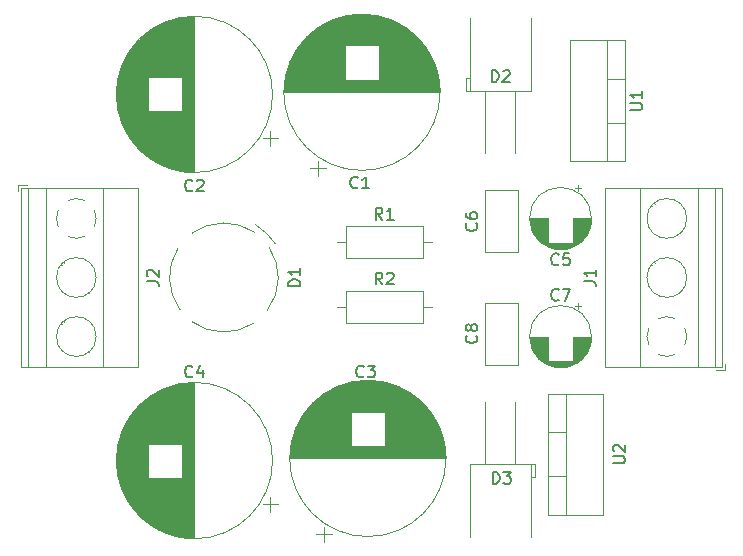
<source format=gto>
G04 #@! TF.GenerationSoftware,KiCad,Pcbnew,7.0.2*
G04 #@! TF.CreationDate,2023-06-13T08:28:25-06:00*
G04 #@! TF.ProjectId,Fuente_TE2007B_Simetrica,4675656e-7465-45f5-9445-32303037425f,rev?*
G04 #@! TF.SameCoordinates,Original*
G04 #@! TF.FileFunction,Legend,Top*
G04 #@! TF.FilePolarity,Positive*
%FSLAX46Y46*%
G04 Gerber Fmt 4.6, Leading zero omitted, Abs format (unit mm)*
G04 Created by KiCad (PCBNEW 7.0.2) date 2023-06-13 08:28:25*
%MOMM*%
%LPD*%
G01*
G04 APERTURE LIST*
%ADD10C,0.150000*%
%ADD11C,0.120000*%
G04 APERTURE END LIST*
D10*
G04 #@! TO.C,D3*
X119261905Y-112462619D02*
X119261905Y-111462619D01*
X119261905Y-111462619D02*
X119500000Y-111462619D01*
X119500000Y-111462619D02*
X119642857Y-111510238D01*
X119642857Y-111510238D02*
X119738095Y-111605476D01*
X119738095Y-111605476D02*
X119785714Y-111700714D01*
X119785714Y-111700714D02*
X119833333Y-111891190D01*
X119833333Y-111891190D02*
X119833333Y-112034047D01*
X119833333Y-112034047D02*
X119785714Y-112224523D01*
X119785714Y-112224523D02*
X119738095Y-112319761D01*
X119738095Y-112319761D02*
X119642857Y-112415000D01*
X119642857Y-112415000D02*
X119500000Y-112462619D01*
X119500000Y-112462619D02*
X119261905Y-112462619D01*
X120166667Y-111462619D02*
X120785714Y-111462619D01*
X120785714Y-111462619D02*
X120452381Y-111843571D01*
X120452381Y-111843571D02*
X120595238Y-111843571D01*
X120595238Y-111843571D02*
X120690476Y-111891190D01*
X120690476Y-111891190D02*
X120738095Y-111938809D01*
X120738095Y-111938809D02*
X120785714Y-112034047D01*
X120785714Y-112034047D02*
X120785714Y-112272142D01*
X120785714Y-112272142D02*
X120738095Y-112367380D01*
X120738095Y-112367380D02*
X120690476Y-112415000D01*
X120690476Y-112415000D02*
X120595238Y-112462619D01*
X120595238Y-112462619D02*
X120309524Y-112462619D01*
X120309524Y-112462619D02*
X120214286Y-112415000D01*
X120214286Y-112415000D02*
X120166667Y-112367380D01*
G04 #@! TO.C,D2*
X119176689Y-78462619D02*
X119176689Y-77462619D01*
X119176689Y-77462619D02*
X119414784Y-77462619D01*
X119414784Y-77462619D02*
X119557641Y-77510238D01*
X119557641Y-77510238D02*
X119652879Y-77605476D01*
X119652879Y-77605476D02*
X119700498Y-77700714D01*
X119700498Y-77700714D02*
X119748117Y-77891190D01*
X119748117Y-77891190D02*
X119748117Y-78034047D01*
X119748117Y-78034047D02*
X119700498Y-78224523D01*
X119700498Y-78224523D02*
X119652879Y-78319761D01*
X119652879Y-78319761D02*
X119557641Y-78415000D01*
X119557641Y-78415000D02*
X119414784Y-78462619D01*
X119414784Y-78462619D02*
X119176689Y-78462619D01*
X120129070Y-77557857D02*
X120176689Y-77510238D01*
X120176689Y-77510238D02*
X120271927Y-77462619D01*
X120271927Y-77462619D02*
X120510022Y-77462619D01*
X120510022Y-77462619D02*
X120605260Y-77510238D01*
X120605260Y-77510238D02*
X120652879Y-77557857D01*
X120652879Y-77557857D02*
X120700498Y-77653095D01*
X120700498Y-77653095D02*
X120700498Y-77748333D01*
X120700498Y-77748333D02*
X120652879Y-77891190D01*
X120652879Y-77891190D02*
X120081451Y-78462619D01*
X120081451Y-78462619D02*
X120700498Y-78462619D01*
G04 #@! TO.C,C1*
X107833333Y-87367380D02*
X107785714Y-87415000D01*
X107785714Y-87415000D02*
X107642857Y-87462619D01*
X107642857Y-87462619D02*
X107547619Y-87462619D01*
X107547619Y-87462619D02*
X107404762Y-87415000D01*
X107404762Y-87415000D02*
X107309524Y-87319761D01*
X107309524Y-87319761D02*
X107261905Y-87224523D01*
X107261905Y-87224523D02*
X107214286Y-87034047D01*
X107214286Y-87034047D02*
X107214286Y-86891190D01*
X107214286Y-86891190D02*
X107261905Y-86700714D01*
X107261905Y-86700714D02*
X107309524Y-86605476D01*
X107309524Y-86605476D02*
X107404762Y-86510238D01*
X107404762Y-86510238D02*
X107547619Y-86462619D01*
X107547619Y-86462619D02*
X107642857Y-86462619D01*
X107642857Y-86462619D02*
X107785714Y-86510238D01*
X107785714Y-86510238D02*
X107833333Y-86557857D01*
X108785714Y-87462619D02*
X108214286Y-87462619D01*
X108500000Y-87462619D02*
X108500000Y-86462619D01*
X108500000Y-86462619D02*
X108404762Y-86605476D01*
X108404762Y-86605476D02*
X108309524Y-86700714D01*
X108309524Y-86700714D02*
X108214286Y-86748333D01*
G04 #@! TO.C,J2*
X89962619Y-95333333D02*
X90676904Y-95333333D01*
X90676904Y-95333333D02*
X90819761Y-95380952D01*
X90819761Y-95380952D02*
X90915000Y-95476190D01*
X90915000Y-95476190D02*
X90962619Y-95619047D01*
X90962619Y-95619047D02*
X90962619Y-95714285D01*
X90057857Y-94904761D02*
X90010238Y-94857142D01*
X90010238Y-94857142D02*
X89962619Y-94761904D01*
X89962619Y-94761904D02*
X89962619Y-94523809D01*
X89962619Y-94523809D02*
X90010238Y-94428571D01*
X90010238Y-94428571D02*
X90057857Y-94380952D01*
X90057857Y-94380952D02*
X90153095Y-94333333D01*
X90153095Y-94333333D02*
X90248333Y-94333333D01*
X90248333Y-94333333D02*
X90391190Y-94380952D01*
X90391190Y-94380952D02*
X90962619Y-94952380D01*
X90962619Y-94952380D02*
X90962619Y-94333333D01*
G04 #@! TO.C,R2*
X109913333Y-95592619D02*
X109580000Y-95116428D01*
X109341905Y-95592619D02*
X109341905Y-94592619D01*
X109341905Y-94592619D02*
X109722857Y-94592619D01*
X109722857Y-94592619D02*
X109818095Y-94640238D01*
X109818095Y-94640238D02*
X109865714Y-94687857D01*
X109865714Y-94687857D02*
X109913333Y-94783095D01*
X109913333Y-94783095D02*
X109913333Y-94925952D01*
X109913333Y-94925952D02*
X109865714Y-95021190D01*
X109865714Y-95021190D02*
X109818095Y-95068809D01*
X109818095Y-95068809D02*
X109722857Y-95116428D01*
X109722857Y-95116428D02*
X109341905Y-95116428D01*
X110294286Y-94687857D02*
X110341905Y-94640238D01*
X110341905Y-94640238D02*
X110437143Y-94592619D01*
X110437143Y-94592619D02*
X110675238Y-94592619D01*
X110675238Y-94592619D02*
X110770476Y-94640238D01*
X110770476Y-94640238D02*
X110818095Y-94687857D01*
X110818095Y-94687857D02*
X110865714Y-94783095D01*
X110865714Y-94783095D02*
X110865714Y-94878333D01*
X110865714Y-94878333D02*
X110818095Y-95021190D01*
X110818095Y-95021190D02*
X110246667Y-95592619D01*
X110246667Y-95592619D02*
X110865714Y-95592619D01*
G04 #@! TO.C,C7*
X124833333Y-96867380D02*
X124785714Y-96915000D01*
X124785714Y-96915000D02*
X124642857Y-96962619D01*
X124642857Y-96962619D02*
X124547619Y-96962619D01*
X124547619Y-96962619D02*
X124404762Y-96915000D01*
X124404762Y-96915000D02*
X124309524Y-96819761D01*
X124309524Y-96819761D02*
X124261905Y-96724523D01*
X124261905Y-96724523D02*
X124214286Y-96534047D01*
X124214286Y-96534047D02*
X124214286Y-96391190D01*
X124214286Y-96391190D02*
X124261905Y-96200714D01*
X124261905Y-96200714D02*
X124309524Y-96105476D01*
X124309524Y-96105476D02*
X124404762Y-96010238D01*
X124404762Y-96010238D02*
X124547619Y-95962619D01*
X124547619Y-95962619D02*
X124642857Y-95962619D01*
X124642857Y-95962619D02*
X124785714Y-96010238D01*
X124785714Y-96010238D02*
X124833333Y-96057857D01*
X125166667Y-95962619D02*
X125833333Y-95962619D01*
X125833333Y-95962619D02*
X125404762Y-96962619D01*
G04 #@! TO.C,C5*
X124833333Y-93867380D02*
X124785714Y-93915000D01*
X124785714Y-93915000D02*
X124642857Y-93962619D01*
X124642857Y-93962619D02*
X124547619Y-93962619D01*
X124547619Y-93962619D02*
X124404762Y-93915000D01*
X124404762Y-93915000D02*
X124309524Y-93819761D01*
X124309524Y-93819761D02*
X124261905Y-93724523D01*
X124261905Y-93724523D02*
X124214286Y-93534047D01*
X124214286Y-93534047D02*
X124214286Y-93391190D01*
X124214286Y-93391190D02*
X124261905Y-93200714D01*
X124261905Y-93200714D02*
X124309524Y-93105476D01*
X124309524Y-93105476D02*
X124404762Y-93010238D01*
X124404762Y-93010238D02*
X124547619Y-92962619D01*
X124547619Y-92962619D02*
X124642857Y-92962619D01*
X124642857Y-92962619D02*
X124785714Y-93010238D01*
X124785714Y-93010238D02*
X124833333Y-93057857D01*
X125738095Y-92962619D02*
X125261905Y-92962619D01*
X125261905Y-92962619D02*
X125214286Y-93438809D01*
X125214286Y-93438809D02*
X125261905Y-93391190D01*
X125261905Y-93391190D02*
X125357143Y-93343571D01*
X125357143Y-93343571D02*
X125595238Y-93343571D01*
X125595238Y-93343571D02*
X125690476Y-93391190D01*
X125690476Y-93391190D02*
X125738095Y-93438809D01*
X125738095Y-93438809D02*
X125785714Y-93534047D01*
X125785714Y-93534047D02*
X125785714Y-93772142D01*
X125785714Y-93772142D02*
X125738095Y-93867380D01*
X125738095Y-93867380D02*
X125690476Y-93915000D01*
X125690476Y-93915000D02*
X125595238Y-93962619D01*
X125595238Y-93962619D02*
X125357143Y-93962619D01*
X125357143Y-93962619D02*
X125261905Y-93915000D01*
X125261905Y-93915000D02*
X125214286Y-93867380D01*
G04 #@! TO.C,C4*
X93833333Y-103367380D02*
X93785714Y-103415000D01*
X93785714Y-103415000D02*
X93642857Y-103462619D01*
X93642857Y-103462619D02*
X93547619Y-103462619D01*
X93547619Y-103462619D02*
X93404762Y-103415000D01*
X93404762Y-103415000D02*
X93309524Y-103319761D01*
X93309524Y-103319761D02*
X93261905Y-103224523D01*
X93261905Y-103224523D02*
X93214286Y-103034047D01*
X93214286Y-103034047D02*
X93214286Y-102891190D01*
X93214286Y-102891190D02*
X93261905Y-102700714D01*
X93261905Y-102700714D02*
X93309524Y-102605476D01*
X93309524Y-102605476D02*
X93404762Y-102510238D01*
X93404762Y-102510238D02*
X93547619Y-102462619D01*
X93547619Y-102462619D02*
X93642857Y-102462619D01*
X93642857Y-102462619D02*
X93785714Y-102510238D01*
X93785714Y-102510238D02*
X93833333Y-102557857D01*
X94690476Y-102795952D02*
X94690476Y-103462619D01*
X94452381Y-102415000D02*
X94214286Y-103129285D01*
X94214286Y-103129285D02*
X94833333Y-103129285D01*
G04 #@! TO.C,C2*
X93833333Y-87617380D02*
X93785714Y-87665000D01*
X93785714Y-87665000D02*
X93642857Y-87712619D01*
X93642857Y-87712619D02*
X93547619Y-87712619D01*
X93547619Y-87712619D02*
X93404762Y-87665000D01*
X93404762Y-87665000D02*
X93309524Y-87569761D01*
X93309524Y-87569761D02*
X93261905Y-87474523D01*
X93261905Y-87474523D02*
X93214286Y-87284047D01*
X93214286Y-87284047D02*
X93214286Y-87141190D01*
X93214286Y-87141190D02*
X93261905Y-86950714D01*
X93261905Y-86950714D02*
X93309524Y-86855476D01*
X93309524Y-86855476D02*
X93404762Y-86760238D01*
X93404762Y-86760238D02*
X93547619Y-86712619D01*
X93547619Y-86712619D02*
X93642857Y-86712619D01*
X93642857Y-86712619D02*
X93785714Y-86760238D01*
X93785714Y-86760238D02*
X93833333Y-86807857D01*
X94214286Y-86807857D02*
X94261905Y-86760238D01*
X94261905Y-86760238D02*
X94357143Y-86712619D01*
X94357143Y-86712619D02*
X94595238Y-86712619D01*
X94595238Y-86712619D02*
X94690476Y-86760238D01*
X94690476Y-86760238D02*
X94738095Y-86807857D01*
X94738095Y-86807857D02*
X94785714Y-86903095D01*
X94785714Y-86903095D02*
X94785714Y-86998333D01*
X94785714Y-86998333D02*
X94738095Y-87141190D01*
X94738095Y-87141190D02*
X94166667Y-87712619D01*
X94166667Y-87712619D02*
X94785714Y-87712619D01*
G04 #@! TO.C,U1*
X130917403Y-80801904D02*
X131726926Y-80801904D01*
X131726926Y-80801904D02*
X131822164Y-80754285D01*
X131822164Y-80754285D02*
X131869784Y-80706666D01*
X131869784Y-80706666D02*
X131917403Y-80611428D01*
X131917403Y-80611428D02*
X131917403Y-80420952D01*
X131917403Y-80420952D02*
X131869784Y-80325714D01*
X131869784Y-80325714D02*
X131822164Y-80278095D01*
X131822164Y-80278095D02*
X131726926Y-80230476D01*
X131726926Y-80230476D02*
X130917403Y-80230476D01*
X131917403Y-79230476D02*
X131917403Y-79801904D01*
X131917403Y-79516190D02*
X130917403Y-79516190D01*
X130917403Y-79516190D02*
X131060260Y-79611428D01*
X131060260Y-79611428D02*
X131155498Y-79706666D01*
X131155498Y-79706666D02*
X131203117Y-79801904D01*
G04 #@! TO.C,C8*
X117867380Y-99916666D02*
X117915000Y-99964285D01*
X117915000Y-99964285D02*
X117962619Y-100107142D01*
X117962619Y-100107142D02*
X117962619Y-100202380D01*
X117962619Y-100202380D02*
X117915000Y-100345237D01*
X117915000Y-100345237D02*
X117819761Y-100440475D01*
X117819761Y-100440475D02*
X117724523Y-100488094D01*
X117724523Y-100488094D02*
X117534047Y-100535713D01*
X117534047Y-100535713D02*
X117391190Y-100535713D01*
X117391190Y-100535713D02*
X117200714Y-100488094D01*
X117200714Y-100488094D02*
X117105476Y-100440475D01*
X117105476Y-100440475D02*
X117010238Y-100345237D01*
X117010238Y-100345237D02*
X116962619Y-100202380D01*
X116962619Y-100202380D02*
X116962619Y-100107142D01*
X116962619Y-100107142D02*
X117010238Y-99964285D01*
X117010238Y-99964285D02*
X117057857Y-99916666D01*
X117391190Y-99345237D02*
X117343571Y-99440475D01*
X117343571Y-99440475D02*
X117295952Y-99488094D01*
X117295952Y-99488094D02*
X117200714Y-99535713D01*
X117200714Y-99535713D02*
X117153095Y-99535713D01*
X117153095Y-99535713D02*
X117057857Y-99488094D01*
X117057857Y-99488094D02*
X117010238Y-99440475D01*
X117010238Y-99440475D02*
X116962619Y-99345237D01*
X116962619Y-99345237D02*
X116962619Y-99154761D01*
X116962619Y-99154761D02*
X117010238Y-99059523D01*
X117010238Y-99059523D02*
X117057857Y-99011904D01*
X117057857Y-99011904D02*
X117153095Y-98964285D01*
X117153095Y-98964285D02*
X117200714Y-98964285D01*
X117200714Y-98964285D02*
X117295952Y-99011904D01*
X117295952Y-99011904D02*
X117343571Y-99059523D01*
X117343571Y-99059523D02*
X117391190Y-99154761D01*
X117391190Y-99154761D02*
X117391190Y-99345237D01*
X117391190Y-99345237D02*
X117438809Y-99440475D01*
X117438809Y-99440475D02*
X117486428Y-99488094D01*
X117486428Y-99488094D02*
X117581666Y-99535713D01*
X117581666Y-99535713D02*
X117772142Y-99535713D01*
X117772142Y-99535713D02*
X117867380Y-99488094D01*
X117867380Y-99488094D02*
X117915000Y-99440475D01*
X117915000Y-99440475D02*
X117962619Y-99345237D01*
X117962619Y-99345237D02*
X117962619Y-99154761D01*
X117962619Y-99154761D02*
X117915000Y-99059523D01*
X117915000Y-99059523D02*
X117867380Y-99011904D01*
X117867380Y-99011904D02*
X117772142Y-98964285D01*
X117772142Y-98964285D02*
X117581666Y-98964285D01*
X117581666Y-98964285D02*
X117486428Y-99011904D01*
X117486428Y-99011904D02*
X117438809Y-99059523D01*
X117438809Y-99059523D02*
X117391190Y-99154761D01*
G04 #@! TO.C,C3*
X108333333Y-103367380D02*
X108285714Y-103415000D01*
X108285714Y-103415000D02*
X108142857Y-103462619D01*
X108142857Y-103462619D02*
X108047619Y-103462619D01*
X108047619Y-103462619D02*
X107904762Y-103415000D01*
X107904762Y-103415000D02*
X107809524Y-103319761D01*
X107809524Y-103319761D02*
X107761905Y-103224523D01*
X107761905Y-103224523D02*
X107714286Y-103034047D01*
X107714286Y-103034047D02*
X107714286Y-102891190D01*
X107714286Y-102891190D02*
X107761905Y-102700714D01*
X107761905Y-102700714D02*
X107809524Y-102605476D01*
X107809524Y-102605476D02*
X107904762Y-102510238D01*
X107904762Y-102510238D02*
X108047619Y-102462619D01*
X108047619Y-102462619D02*
X108142857Y-102462619D01*
X108142857Y-102462619D02*
X108285714Y-102510238D01*
X108285714Y-102510238D02*
X108333333Y-102557857D01*
X108666667Y-102462619D02*
X109285714Y-102462619D01*
X109285714Y-102462619D02*
X108952381Y-102843571D01*
X108952381Y-102843571D02*
X109095238Y-102843571D01*
X109095238Y-102843571D02*
X109190476Y-102891190D01*
X109190476Y-102891190D02*
X109238095Y-102938809D01*
X109238095Y-102938809D02*
X109285714Y-103034047D01*
X109285714Y-103034047D02*
X109285714Y-103272142D01*
X109285714Y-103272142D02*
X109238095Y-103367380D01*
X109238095Y-103367380D02*
X109190476Y-103415000D01*
X109190476Y-103415000D02*
X109095238Y-103462619D01*
X109095238Y-103462619D02*
X108809524Y-103462619D01*
X108809524Y-103462619D02*
X108714286Y-103415000D01*
X108714286Y-103415000D02*
X108666667Y-103367380D01*
G04 #@! TO.C,J1*
X126962619Y-95333333D02*
X127676904Y-95333333D01*
X127676904Y-95333333D02*
X127819761Y-95380952D01*
X127819761Y-95380952D02*
X127915000Y-95476190D01*
X127915000Y-95476190D02*
X127962619Y-95619047D01*
X127962619Y-95619047D02*
X127962619Y-95714285D01*
X127962619Y-94333333D02*
X127962619Y-94904761D01*
X127962619Y-94619047D02*
X126962619Y-94619047D01*
X126962619Y-94619047D02*
X127105476Y-94714285D01*
X127105476Y-94714285D02*
X127200714Y-94809523D01*
X127200714Y-94809523D02*
X127248333Y-94904761D01*
G04 #@! TO.C,D1*
X102962619Y-95738094D02*
X101962619Y-95738094D01*
X101962619Y-95738094D02*
X101962619Y-95499999D01*
X101962619Y-95499999D02*
X102010238Y-95357142D01*
X102010238Y-95357142D02*
X102105476Y-95261904D01*
X102105476Y-95261904D02*
X102200714Y-95214285D01*
X102200714Y-95214285D02*
X102391190Y-95166666D01*
X102391190Y-95166666D02*
X102534047Y-95166666D01*
X102534047Y-95166666D02*
X102724523Y-95214285D01*
X102724523Y-95214285D02*
X102819761Y-95261904D01*
X102819761Y-95261904D02*
X102915000Y-95357142D01*
X102915000Y-95357142D02*
X102962619Y-95499999D01*
X102962619Y-95499999D02*
X102962619Y-95738094D01*
X102962619Y-94214285D02*
X102962619Y-94785713D01*
X102962619Y-94499999D02*
X101962619Y-94499999D01*
X101962619Y-94499999D02*
X102105476Y-94595237D01*
X102105476Y-94595237D02*
X102200714Y-94690475D01*
X102200714Y-94690475D02*
X102248333Y-94785713D01*
G04 #@! TO.C,R1*
X109913333Y-90092619D02*
X109580000Y-89616428D01*
X109341905Y-90092619D02*
X109341905Y-89092619D01*
X109341905Y-89092619D02*
X109722857Y-89092619D01*
X109722857Y-89092619D02*
X109818095Y-89140238D01*
X109818095Y-89140238D02*
X109865714Y-89187857D01*
X109865714Y-89187857D02*
X109913333Y-89283095D01*
X109913333Y-89283095D02*
X109913333Y-89425952D01*
X109913333Y-89425952D02*
X109865714Y-89521190D01*
X109865714Y-89521190D02*
X109818095Y-89568809D01*
X109818095Y-89568809D02*
X109722857Y-89616428D01*
X109722857Y-89616428D02*
X109341905Y-89616428D01*
X110865714Y-90092619D02*
X110294286Y-90092619D01*
X110580000Y-90092619D02*
X110580000Y-89092619D01*
X110580000Y-89092619D02*
X110484762Y-89235476D01*
X110484762Y-89235476D02*
X110389524Y-89330714D01*
X110389524Y-89330714D02*
X110294286Y-89378333D01*
G04 #@! TO.C,C6*
X117867380Y-90416666D02*
X117915000Y-90464285D01*
X117915000Y-90464285D02*
X117962619Y-90607142D01*
X117962619Y-90607142D02*
X117962619Y-90702380D01*
X117962619Y-90702380D02*
X117915000Y-90845237D01*
X117915000Y-90845237D02*
X117819761Y-90940475D01*
X117819761Y-90940475D02*
X117724523Y-90988094D01*
X117724523Y-90988094D02*
X117534047Y-91035713D01*
X117534047Y-91035713D02*
X117391190Y-91035713D01*
X117391190Y-91035713D02*
X117200714Y-90988094D01*
X117200714Y-90988094D02*
X117105476Y-90940475D01*
X117105476Y-90940475D02*
X117010238Y-90845237D01*
X117010238Y-90845237D02*
X116962619Y-90702380D01*
X116962619Y-90702380D02*
X116962619Y-90607142D01*
X116962619Y-90607142D02*
X117010238Y-90464285D01*
X117010238Y-90464285D02*
X117057857Y-90416666D01*
X116962619Y-89559523D02*
X116962619Y-89749999D01*
X116962619Y-89749999D02*
X117010238Y-89845237D01*
X117010238Y-89845237D02*
X117057857Y-89892856D01*
X117057857Y-89892856D02*
X117200714Y-89988094D01*
X117200714Y-89988094D02*
X117391190Y-90035713D01*
X117391190Y-90035713D02*
X117772142Y-90035713D01*
X117772142Y-90035713D02*
X117867380Y-89988094D01*
X117867380Y-89988094D02*
X117915000Y-89940475D01*
X117915000Y-89940475D02*
X117962619Y-89845237D01*
X117962619Y-89845237D02*
X117962619Y-89654761D01*
X117962619Y-89654761D02*
X117915000Y-89559523D01*
X117915000Y-89559523D02*
X117867380Y-89511904D01*
X117867380Y-89511904D02*
X117772142Y-89464285D01*
X117772142Y-89464285D02*
X117534047Y-89464285D01*
X117534047Y-89464285D02*
X117438809Y-89511904D01*
X117438809Y-89511904D02*
X117391190Y-89559523D01*
X117391190Y-89559523D02*
X117343571Y-89654761D01*
X117343571Y-89654761D02*
X117343571Y-89845237D01*
X117343571Y-89845237D02*
X117391190Y-89940475D01*
X117391190Y-89940475D02*
X117438809Y-89988094D01*
X117438809Y-89988094D02*
X117534047Y-90035713D01*
G04 #@! TO.C,U2*
X129462619Y-110721904D02*
X130272142Y-110721904D01*
X130272142Y-110721904D02*
X130367380Y-110674285D01*
X130367380Y-110674285D02*
X130415000Y-110626666D01*
X130415000Y-110626666D02*
X130462619Y-110531428D01*
X130462619Y-110531428D02*
X130462619Y-110340952D01*
X130462619Y-110340952D02*
X130415000Y-110245714D01*
X130415000Y-110245714D02*
X130367380Y-110198095D01*
X130367380Y-110198095D02*
X130272142Y-110150476D01*
X130272142Y-110150476D02*
X129462619Y-110150476D01*
X129557857Y-109721904D02*
X129510238Y-109674285D01*
X129510238Y-109674285D02*
X129462619Y-109579047D01*
X129462619Y-109579047D02*
X129462619Y-109340952D01*
X129462619Y-109340952D02*
X129510238Y-109245714D01*
X129510238Y-109245714D02*
X129557857Y-109198095D01*
X129557857Y-109198095D02*
X129653095Y-109150476D01*
X129653095Y-109150476D02*
X129748333Y-109150476D01*
X129748333Y-109150476D02*
X129891190Y-109198095D01*
X129891190Y-109198095D02*
X130462619Y-109769523D01*
X130462619Y-109769523D02*
X130462619Y-109150476D01*
D11*
G04 #@! TO.C,D3*
X122874784Y-111910000D02*
X122474784Y-111910000D01*
X122874784Y-110790000D02*
X122874784Y-111910000D01*
X122474784Y-111910000D02*
X122474784Y-110790000D01*
X122474784Y-110790000D02*
X122874784Y-110790000D01*
X122474784Y-110790000D02*
X122474784Y-116950000D01*
X121184784Y-110790000D02*
X121184784Y-110790000D01*
X121184784Y-110790000D02*
X121184784Y-105580000D01*
X121184784Y-105580000D02*
X121184784Y-110790000D01*
X121184784Y-105580000D02*
X121184784Y-105580000D01*
X118644784Y-110790000D02*
X118644784Y-110790000D01*
X118644784Y-110790000D02*
X118644784Y-105580000D01*
X118644784Y-105580000D02*
X118644784Y-110790000D01*
X118644784Y-105580000D02*
X118644784Y-105580000D01*
X117354784Y-110790000D02*
X122474784Y-110790000D01*
X117354784Y-110790000D02*
X117354784Y-116950000D01*
G04 #@! TO.C,D2*
X122474784Y-79210000D02*
X122474784Y-73050000D01*
X122474784Y-79210000D02*
X117354784Y-79210000D01*
X121184784Y-84420000D02*
X121184784Y-84420000D01*
X121184784Y-84420000D02*
X121184784Y-79210000D01*
X121184784Y-79210000D02*
X121184784Y-84420000D01*
X121184784Y-79210000D02*
X121184784Y-79210000D01*
X118644784Y-84420000D02*
X118644784Y-84420000D01*
X118644784Y-84420000D02*
X118644784Y-79210000D01*
X118644784Y-79210000D02*
X118644784Y-84420000D01*
X118644784Y-79210000D02*
X118644784Y-79210000D01*
X117354784Y-79210000D02*
X117354784Y-73050000D01*
X117354784Y-79210000D02*
X116954784Y-79210000D01*
X117354784Y-78090000D02*
X117354784Y-79210000D01*
X116954784Y-79210000D02*
X116954784Y-78090000D01*
X116954784Y-78090000D02*
X117354784Y-78090000D01*
G04 #@! TO.C,C1*
X104469784Y-86399785D02*
X104469784Y-85099785D01*
X103819784Y-85749785D02*
X105119784Y-85749785D01*
X101604784Y-79315216D02*
X114764784Y-79315216D01*
X101604784Y-79275216D02*
X114764784Y-79275216D01*
X101604784Y-79235216D02*
X114764784Y-79235216D01*
X101605784Y-79195216D02*
X114763784Y-79195216D01*
X101605784Y-79155216D02*
X114763784Y-79155216D01*
X101607784Y-79115216D02*
X114761784Y-79115216D01*
X101608784Y-79075216D02*
X114760784Y-79075216D01*
X101609784Y-79035216D02*
X114759784Y-79035216D01*
X101611784Y-78995216D02*
X114757784Y-78995216D01*
X101613784Y-78955216D02*
X114755784Y-78955216D01*
X101616784Y-78915216D02*
X114752784Y-78915216D01*
X101618784Y-78875216D02*
X114750784Y-78875216D01*
X101621784Y-78835216D02*
X114747784Y-78835216D01*
X101624784Y-78795216D02*
X114744784Y-78795216D01*
X101627784Y-78755216D02*
X114741784Y-78755216D01*
X101631784Y-78715216D02*
X114737784Y-78715216D01*
X101635784Y-78675216D02*
X114733784Y-78675216D01*
X101639784Y-78635216D02*
X114729784Y-78635216D01*
X101643784Y-78594216D02*
X114725784Y-78594216D01*
X101647784Y-78554216D02*
X114721784Y-78554216D01*
X101652784Y-78514216D02*
X114716784Y-78514216D01*
X101657784Y-78474216D02*
X114711784Y-78474216D01*
X101662784Y-78434216D02*
X114706784Y-78434216D01*
X101668784Y-78394216D02*
X114700784Y-78394216D01*
X101673784Y-78354216D02*
X114695784Y-78354216D01*
X101679784Y-78314216D02*
X114689784Y-78314216D01*
X101686784Y-78274216D02*
X114682784Y-78274216D01*
X101692784Y-78234216D02*
X106744784Y-78234216D01*
X109624784Y-78234216D02*
X114676784Y-78234216D01*
X101699784Y-78194216D02*
X106744784Y-78194216D01*
X109624784Y-78194216D02*
X114669784Y-78194216D01*
X101706784Y-78154216D02*
X106744784Y-78154216D01*
X109624784Y-78154216D02*
X114662784Y-78154216D01*
X101713784Y-78114216D02*
X106744784Y-78114216D01*
X109624784Y-78114216D02*
X114655784Y-78114216D01*
X101721784Y-78074216D02*
X106744784Y-78074216D01*
X109624784Y-78074216D02*
X114647784Y-78074216D01*
X101728784Y-78034216D02*
X106744784Y-78034216D01*
X109624784Y-78034216D02*
X114640784Y-78034216D01*
X101736784Y-77994216D02*
X106744784Y-77994216D01*
X109624784Y-77994216D02*
X114632784Y-77994216D01*
X101745784Y-77954216D02*
X106744784Y-77954216D01*
X109624784Y-77954216D02*
X114623784Y-77954216D01*
X101753784Y-77914216D02*
X106744784Y-77914216D01*
X109624784Y-77914216D02*
X114615784Y-77914216D01*
X101762784Y-77874216D02*
X106744784Y-77874216D01*
X109624784Y-77874216D02*
X114606784Y-77874216D01*
X101771784Y-77834216D02*
X106744784Y-77834216D01*
X109624784Y-77834216D02*
X114597784Y-77834216D01*
X101780784Y-77794216D02*
X106744784Y-77794216D01*
X109624784Y-77794216D02*
X114588784Y-77794216D01*
X101790784Y-77754216D02*
X106744784Y-77754216D01*
X109624784Y-77754216D02*
X114578784Y-77754216D01*
X101800784Y-77714216D02*
X106744784Y-77714216D01*
X109624784Y-77714216D02*
X114568784Y-77714216D01*
X101810784Y-77674216D02*
X106744784Y-77674216D01*
X109624784Y-77674216D02*
X114558784Y-77674216D01*
X101820784Y-77634216D02*
X106744784Y-77634216D01*
X109624784Y-77634216D02*
X114548784Y-77634216D01*
X101831784Y-77594216D02*
X106744784Y-77594216D01*
X109624784Y-77594216D02*
X114537784Y-77594216D01*
X101842784Y-77554216D02*
X106744784Y-77554216D01*
X109624784Y-77554216D02*
X114526784Y-77554216D01*
X101853784Y-77514216D02*
X106744784Y-77514216D01*
X109624784Y-77514216D02*
X114515784Y-77514216D01*
X101864784Y-77474216D02*
X106744784Y-77474216D01*
X109624784Y-77474216D02*
X114504784Y-77474216D01*
X101876784Y-77434216D02*
X106744784Y-77434216D01*
X109624784Y-77434216D02*
X114492784Y-77434216D01*
X101888784Y-77394216D02*
X106744784Y-77394216D01*
X109624784Y-77394216D02*
X114480784Y-77394216D01*
X101900784Y-77354216D02*
X106744784Y-77354216D01*
X109624784Y-77354216D02*
X114468784Y-77354216D01*
X101913784Y-77314216D02*
X106744784Y-77314216D01*
X109624784Y-77314216D02*
X114455784Y-77314216D01*
X101926784Y-77274216D02*
X106744784Y-77274216D01*
X109624784Y-77274216D02*
X114442784Y-77274216D01*
X101939784Y-77234216D02*
X106744784Y-77234216D01*
X109624784Y-77234216D02*
X114429784Y-77234216D01*
X101952784Y-77194216D02*
X106744784Y-77194216D01*
X109624784Y-77194216D02*
X114416784Y-77194216D01*
X101966784Y-77154216D02*
X106744784Y-77154216D01*
X109624784Y-77154216D02*
X114402784Y-77154216D01*
X101980784Y-77114216D02*
X106744784Y-77114216D01*
X109624784Y-77114216D02*
X114388784Y-77114216D01*
X101994784Y-77074216D02*
X106744784Y-77074216D01*
X109624784Y-77074216D02*
X114374784Y-77074216D01*
X102009784Y-77034216D02*
X106744784Y-77034216D01*
X109624784Y-77034216D02*
X114359784Y-77034216D01*
X102023784Y-76994216D02*
X106744784Y-76994216D01*
X109624784Y-76994216D02*
X114345784Y-76994216D01*
X102038784Y-76954216D02*
X106744784Y-76954216D01*
X109624784Y-76954216D02*
X114330784Y-76954216D01*
X102054784Y-76914216D02*
X106744784Y-76914216D01*
X109624784Y-76914216D02*
X114314784Y-76914216D01*
X102070784Y-76874216D02*
X106744784Y-76874216D01*
X109624784Y-76874216D02*
X114298784Y-76874216D01*
X102086784Y-76834216D02*
X106744784Y-76834216D01*
X109624784Y-76834216D02*
X114282784Y-76834216D01*
X102102784Y-76794216D02*
X106744784Y-76794216D01*
X109624784Y-76794216D02*
X114266784Y-76794216D01*
X102119784Y-76754216D02*
X106744784Y-76754216D01*
X109624784Y-76754216D02*
X114249784Y-76754216D01*
X102135784Y-76714216D02*
X106744784Y-76714216D01*
X109624784Y-76714216D02*
X114233784Y-76714216D01*
X102153784Y-76674216D02*
X106744784Y-76674216D01*
X109624784Y-76674216D02*
X114215784Y-76674216D01*
X102170784Y-76634216D02*
X106744784Y-76634216D01*
X109624784Y-76634216D02*
X114198784Y-76634216D01*
X102188784Y-76594216D02*
X106744784Y-76594216D01*
X109624784Y-76594216D02*
X114180784Y-76594216D01*
X102206784Y-76554216D02*
X106744784Y-76554216D01*
X109624784Y-76554216D02*
X114162784Y-76554216D01*
X102225784Y-76514216D02*
X106744784Y-76514216D01*
X109624784Y-76514216D02*
X114143784Y-76514216D01*
X102244784Y-76474216D02*
X106744784Y-76474216D01*
X109624784Y-76474216D02*
X114124784Y-76474216D01*
X102263784Y-76434216D02*
X106744784Y-76434216D01*
X109624784Y-76434216D02*
X114105784Y-76434216D01*
X102282784Y-76394216D02*
X106744784Y-76394216D01*
X109624784Y-76394216D02*
X114086784Y-76394216D01*
X102302784Y-76354216D02*
X106744784Y-76354216D01*
X109624784Y-76354216D02*
X114066784Y-76354216D01*
X102322784Y-76314216D02*
X106744784Y-76314216D01*
X109624784Y-76314216D02*
X114046784Y-76314216D01*
X102343784Y-76274216D02*
X106744784Y-76274216D01*
X109624784Y-76274216D02*
X114025784Y-76274216D01*
X102364784Y-76234216D02*
X106744784Y-76234216D01*
X109624784Y-76234216D02*
X114004784Y-76234216D01*
X102385784Y-76194216D02*
X106744784Y-76194216D01*
X109624784Y-76194216D02*
X113983784Y-76194216D01*
X102406784Y-76154216D02*
X106744784Y-76154216D01*
X109624784Y-76154216D02*
X113962784Y-76154216D01*
X102428784Y-76114216D02*
X106744784Y-76114216D01*
X109624784Y-76114216D02*
X113940784Y-76114216D01*
X102451784Y-76074216D02*
X106744784Y-76074216D01*
X109624784Y-76074216D02*
X113917784Y-76074216D01*
X102473784Y-76034216D02*
X106744784Y-76034216D01*
X109624784Y-76034216D02*
X113895784Y-76034216D01*
X102496784Y-75994216D02*
X106744784Y-75994216D01*
X109624784Y-75994216D02*
X113872784Y-75994216D01*
X102520784Y-75954216D02*
X106744784Y-75954216D01*
X109624784Y-75954216D02*
X113848784Y-75954216D01*
X102543784Y-75914216D02*
X106744784Y-75914216D01*
X109624784Y-75914216D02*
X113825784Y-75914216D01*
X102567784Y-75874216D02*
X106744784Y-75874216D01*
X109624784Y-75874216D02*
X113801784Y-75874216D01*
X102592784Y-75834216D02*
X106744784Y-75834216D01*
X109624784Y-75834216D02*
X113776784Y-75834216D01*
X102617784Y-75794216D02*
X106744784Y-75794216D01*
X109624784Y-75794216D02*
X113751784Y-75794216D01*
X102642784Y-75754216D02*
X106744784Y-75754216D01*
X109624784Y-75754216D02*
X113726784Y-75754216D01*
X102668784Y-75714216D02*
X106744784Y-75714216D01*
X109624784Y-75714216D02*
X113700784Y-75714216D01*
X102694784Y-75674216D02*
X106744784Y-75674216D01*
X109624784Y-75674216D02*
X113674784Y-75674216D01*
X102721784Y-75634216D02*
X106744784Y-75634216D01*
X109624784Y-75634216D02*
X113647784Y-75634216D01*
X102748784Y-75594216D02*
X106744784Y-75594216D01*
X109624784Y-75594216D02*
X113620784Y-75594216D01*
X102775784Y-75554216D02*
X106744784Y-75554216D01*
X109624784Y-75554216D02*
X113593784Y-75554216D01*
X102803784Y-75514216D02*
X106744784Y-75514216D01*
X109624784Y-75514216D02*
X113565784Y-75514216D01*
X102831784Y-75474216D02*
X106744784Y-75474216D01*
X109624784Y-75474216D02*
X113537784Y-75474216D01*
X102860784Y-75434216D02*
X106744784Y-75434216D01*
X109624784Y-75434216D02*
X113508784Y-75434216D01*
X102889784Y-75394216D02*
X106744784Y-75394216D01*
X109624784Y-75394216D02*
X113479784Y-75394216D01*
X102919784Y-75354216D02*
X113449784Y-75354216D01*
X102949784Y-75314216D02*
X113419784Y-75314216D01*
X102979784Y-75274216D02*
X113389784Y-75274216D01*
X103010784Y-75234216D02*
X113358784Y-75234216D01*
X103042784Y-75194216D02*
X113326784Y-75194216D01*
X103074784Y-75154216D02*
X113294784Y-75154216D01*
X103106784Y-75114216D02*
X113262784Y-75114216D01*
X103140784Y-75074216D02*
X113228784Y-75074216D01*
X103173784Y-75034216D02*
X113195784Y-75034216D01*
X103207784Y-74994216D02*
X113161784Y-74994216D01*
X103242784Y-74954216D02*
X113126784Y-74954216D01*
X103277784Y-74914216D02*
X113091784Y-74914216D01*
X103313784Y-74874216D02*
X113055784Y-74874216D01*
X103350784Y-74834216D02*
X113018784Y-74834216D01*
X103387784Y-74794216D02*
X112981784Y-74794216D01*
X103424784Y-74754216D02*
X112944784Y-74754216D01*
X103463784Y-74714216D02*
X112905784Y-74714216D01*
X103502784Y-74674216D02*
X112866784Y-74674216D01*
X103541784Y-74634216D02*
X112827784Y-74634216D01*
X103582784Y-74594216D02*
X112786784Y-74594216D01*
X103623784Y-74554216D02*
X112745784Y-74554216D01*
X103665784Y-74514216D02*
X112703784Y-74514216D01*
X103707784Y-74474216D02*
X112661784Y-74474216D01*
X103750784Y-74434216D02*
X112618784Y-74434216D01*
X103794784Y-74394216D02*
X112574784Y-74394216D01*
X103839784Y-74354216D02*
X112529784Y-74354216D01*
X103885784Y-74314216D02*
X112483784Y-74314216D01*
X103931784Y-74274216D02*
X112437784Y-74274216D01*
X103979784Y-74234216D02*
X112389784Y-74234216D01*
X104027784Y-74194216D02*
X112341784Y-74194216D01*
X104076784Y-74154216D02*
X112292784Y-74154216D01*
X104127784Y-74114216D02*
X112241784Y-74114216D01*
X104178784Y-74074216D02*
X112190784Y-74074216D01*
X104230784Y-74034216D02*
X112138784Y-74034216D01*
X104284784Y-73994216D02*
X112084784Y-73994216D01*
X104338784Y-73954216D02*
X112030784Y-73954216D01*
X104394784Y-73914216D02*
X111974784Y-73914216D01*
X104451784Y-73874216D02*
X111917784Y-73874216D01*
X104509784Y-73834216D02*
X111859784Y-73834216D01*
X104569784Y-73794216D02*
X111799784Y-73794216D01*
X104630784Y-73754216D02*
X111738784Y-73754216D01*
X104693784Y-73714216D02*
X111675784Y-73714216D01*
X104757784Y-73674216D02*
X111611784Y-73674216D01*
X104823784Y-73634216D02*
X111545784Y-73634216D01*
X104891784Y-73594216D02*
X111477784Y-73594216D01*
X104961784Y-73554216D02*
X111407784Y-73554216D01*
X105032784Y-73514216D02*
X111336784Y-73514216D01*
X105106784Y-73474216D02*
X111262784Y-73474216D01*
X105182784Y-73434216D02*
X111186784Y-73434216D01*
X105261784Y-73394216D02*
X111107784Y-73394216D01*
X105342784Y-73354216D02*
X111026784Y-73354216D01*
X105426784Y-73314216D02*
X110942784Y-73314216D01*
X105514784Y-73274216D02*
X110854784Y-73274216D01*
X105605784Y-73234216D02*
X110763784Y-73234216D01*
X105700784Y-73194216D02*
X110668784Y-73194216D01*
X105799784Y-73154216D02*
X110569784Y-73154216D01*
X105903784Y-73114216D02*
X110465784Y-73114216D01*
X106013784Y-73074216D02*
X110355784Y-73074216D01*
X106129784Y-73034216D02*
X110239784Y-73034216D01*
X106253784Y-72994216D02*
X110115784Y-72994216D01*
X106386784Y-72954216D02*
X109982784Y-72954216D01*
X106531784Y-72914216D02*
X109837784Y-72914216D01*
X106690784Y-72874216D02*
X109678784Y-72874216D01*
X106869784Y-72834216D02*
X109499784Y-72834216D01*
X107077784Y-72794216D02*
X109291784Y-72794216D01*
X107334784Y-72754216D02*
X109034784Y-72754216D01*
X107709784Y-72714216D02*
X108659784Y-72714216D01*
X114804784Y-79315216D02*
G75*
G03*
X114804784Y-79315216I-6620000J0D01*
G01*
G04 #@! TO.C,J2*
X79840000Y-87200000D02*
X79100000Y-87200000D01*
X79100000Y-87200000D02*
X79100000Y-87700000D01*
X89261000Y-87440000D02*
X79340000Y-87440000D01*
X89261000Y-87440000D02*
X89261000Y-102560000D01*
X86301000Y-87440000D02*
X86301000Y-102560000D01*
X81400000Y-87440000D02*
X81400000Y-102560000D01*
X79900000Y-87440000D02*
X79900000Y-102560000D01*
X79340000Y-87440000D02*
X79340000Y-102560000D01*
X82977000Y-93773000D02*
X82931000Y-93726000D01*
X82761000Y-93966000D02*
X82726000Y-93931000D01*
X85275000Y-96070000D02*
X85239000Y-96035000D01*
X85069000Y-96275000D02*
X85023000Y-96228000D01*
X82977000Y-98773000D02*
X82931000Y-98726000D01*
X82761000Y-98966000D02*
X82726000Y-98931000D01*
X85275000Y-101070000D02*
X85239000Y-101035000D01*
X85069000Y-101275000D02*
X85023000Y-101228000D01*
X89261000Y-102560000D02*
X79340000Y-102560000D01*
X84683999Y-88465001D02*
G75*
G03*
X83316958Y-88464574I-684000J-1534992D01*
G01*
X85534999Y-90683999D02*
G75*
G03*
X85535426Y-89316958I-1534992J684000D01*
G01*
X82465001Y-89316000D02*
G75*
G03*
X82319748Y-90028805I1535000J-683999D01*
G01*
X82320001Y-90000000D02*
G75*
G03*
X82465245Y-90683318I1679999J0D01*
G01*
X83316000Y-91535000D02*
G75*
G03*
X84683042Y-91535426I684000J1535000D01*
G01*
X85680000Y-95000000D02*
G75*
G03*
X85680000Y-95000000I-1680000J0D01*
G01*
X85680000Y-100000000D02*
G75*
G03*
X85680000Y-100000000I-1680000J0D01*
G01*
G04 #@! TO.C,R2*
X106040000Y-97500000D02*
X106810000Y-97500000D01*
X106810000Y-96130000D02*
X106810000Y-98870000D01*
X106810000Y-98870000D02*
X113350000Y-98870000D01*
X113350000Y-96130000D02*
X106810000Y-96130000D01*
X113350000Y-98870000D02*
X113350000Y-96130000D01*
X114120000Y-97500000D02*
X113350000Y-97500000D01*
G04 #@! TO.C,C7*
X126475000Y-97195225D02*
X126475000Y-97695225D01*
X126725000Y-97445225D02*
X126225000Y-97445225D01*
X127580000Y-100000000D02*
X126040000Y-100000000D01*
X123960000Y-100000000D02*
X122420000Y-100000000D01*
X127580000Y-100040000D02*
X126040000Y-100040000D01*
X123960000Y-100040000D02*
X122420000Y-100040000D01*
X127579000Y-100080000D02*
X126040000Y-100080000D01*
X123960000Y-100080000D02*
X122421000Y-100080000D01*
X127578000Y-100120000D02*
X126040000Y-100120000D01*
X123960000Y-100120000D02*
X122422000Y-100120000D01*
X127576000Y-100160000D02*
X126040000Y-100160000D01*
X123960000Y-100160000D02*
X122424000Y-100160000D01*
X127573000Y-100200000D02*
X126040000Y-100200000D01*
X123960000Y-100200000D02*
X122427000Y-100200000D01*
X127569000Y-100240000D02*
X126040000Y-100240000D01*
X123960000Y-100240000D02*
X122431000Y-100240000D01*
X127565000Y-100280000D02*
X126040000Y-100280000D01*
X123960000Y-100280000D02*
X122435000Y-100280000D01*
X127561000Y-100320000D02*
X126040000Y-100320000D01*
X123960000Y-100320000D02*
X122439000Y-100320000D01*
X127556000Y-100360000D02*
X126040000Y-100360000D01*
X123960000Y-100360000D02*
X122444000Y-100360000D01*
X127550000Y-100400000D02*
X126040000Y-100400000D01*
X123960000Y-100400000D02*
X122450000Y-100400000D01*
X127543000Y-100440000D02*
X126040000Y-100440000D01*
X123960000Y-100440000D02*
X122457000Y-100440000D01*
X127536000Y-100480000D02*
X126040000Y-100480000D01*
X123960000Y-100480000D02*
X122464000Y-100480000D01*
X127528000Y-100520000D02*
X126040000Y-100520000D01*
X123960000Y-100520000D02*
X122472000Y-100520000D01*
X127520000Y-100560000D02*
X126040000Y-100560000D01*
X123960000Y-100560000D02*
X122480000Y-100560000D01*
X127511000Y-100600000D02*
X126040000Y-100600000D01*
X123960000Y-100600000D02*
X122489000Y-100600000D01*
X127501000Y-100640000D02*
X126040000Y-100640000D01*
X123960000Y-100640000D02*
X122499000Y-100640000D01*
X127491000Y-100680000D02*
X126040000Y-100680000D01*
X123960000Y-100680000D02*
X122509000Y-100680000D01*
X127480000Y-100721000D02*
X126040000Y-100721000D01*
X123960000Y-100721000D02*
X122520000Y-100721000D01*
X127468000Y-100761000D02*
X126040000Y-100761000D01*
X123960000Y-100761000D02*
X122532000Y-100761000D01*
X127455000Y-100801000D02*
X126040000Y-100801000D01*
X123960000Y-100801000D02*
X122545000Y-100801000D01*
X127442000Y-100841000D02*
X126040000Y-100841000D01*
X123960000Y-100841000D02*
X122558000Y-100841000D01*
X127428000Y-100881000D02*
X126040000Y-100881000D01*
X123960000Y-100881000D02*
X122572000Y-100881000D01*
X127414000Y-100921000D02*
X126040000Y-100921000D01*
X123960000Y-100921000D02*
X122586000Y-100921000D01*
X127398000Y-100961000D02*
X126040000Y-100961000D01*
X123960000Y-100961000D02*
X122602000Y-100961000D01*
X127382000Y-101001000D02*
X126040000Y-101001000D01*
X123960000Y-101001000D02*
X122618000Y-101001000D01*
X127365000Y-101041000D02*
X126040000Y-101041000D01*
X123960000Y-101041000D02*
X122635000Y-101041000D01*
X127348000Y-101081000D02*
X126040000Y-101081000D01*
X123960000Y-101081000D02*
X122652000Y-101081000D01*
X127329000Y-101121000D02*
X126040000Y-101121000D01*
X123960000Y-101121000D02*
X122671000Y-101121000D01*
X127310000Y-101161000D02*
X126040000Y-101161000D01*
X123960000Y-101161000D02*
X122690000Y-101161000D01*
X127290000Y-101201000D02*
X126040000Y-101201000D01*
X123960000Y-101201000D02*
X122710000Y-101201000D01*
X127268000Y-101241000D02*
X126040000Y-101241000D01*
X123960000Y-101241000D02*
X122732000Y-101241000D01*
X127247000Y-101281000D02*
X126040000Y-101281000D01*
X123960000Y-101281000D02*
X122753000Y-101281000D01*
X127224000Y-101321000D02*
X126040000Y-101321000D01*
X123960000Y-101321000D02*
X122776000Y-101321000D01*
X127200000Y-101361000D02*
X126040000Y-101361000D01*
X123960000Y-101361000D02*
X122800000Y-101361000D01*
X127175000Y-101401000D02*
X126040000Y-101401000D01*
X123960000Y-101401000D02*
X122825000Y-101401000D01*
X127149000Y-101441000D02*
X126040000Y-101441000D01*
X123960000Y-101441000D02*
X122851000Y-101441000D01*
X127122000Y-101481000D02*
X126040000Y-101481000D01*
X123960000Y-101481000D02*
X122878000Y-101481000D01*
X127095000Y-101521000D02*
X126040000Y-101521000D01*
X123960000Y-101521000D02*
X122905000Y-101521000D01*
X127065000Y-101561000D02*
X126040000Y-101561000D01*
X123960000Y-101561000D02*
X122935000Y-101561000D01*
X127035000Y-101601000D02*
X126040000Y-101601000D01*
X123960000Y-101601000D02*
X122965000Y-101601000D01*
X127004000Y-101641000D02*
X126040000Y-101641000D01*
X123960000Y-101641000D02*
X122996000Y-101641000D01*
X126971000Y-101681000D02*
X126040000Y-101681000D01*
X123960000Y-101681000D02*
X123029000Y-101681000D01*
X126937000Y-101721000D02*
X126040000Y-101721000D01*
X123960000Y-101721000D02*
X123063000Y-101721000D01*
X126901000Y-101761000D02*
X126040000Y-101761000D01*
X123960000Y-101761000D02*
X123099000Y-101761000D01*
X126864000Y-101801000D02*
X126040000Y-101801000D01*
X123960000Y-101801000D02*
X123136000Y-101801000D01*
X126826000Y-101841000D02*
X126040000Y-101841000D01*
X123960000Y-101841000D02*
X123174000Y-101841000D01*
X126785000Y-101881000D02*
X126040000Y-101881000D01*
X123960000Y-101881000D02*
X123215000Y-101881000D01*
X126743000Y-101921000D02*
X126040000Y-101921000D01*
X123960000Y-101921000D02*
X123257000Y-101921000D01*
X126699000Y-101961000D02*
X126040000Y-101961000D01*
X123960000Y-101961000D02*
X123301000Y-101961000D01*
X126653000Y-102001000D02*
X126040000Y-102001000D01*
X123960000Y-102001000D02*
X123347000Y-102001000D01*
X126605000Y-102041000D02*
X123395000Y-102041000D01*
X126554000Y-102081000D02*
X123446000Y-102081000D01*
X126500000Y-102121000D02*
X123500000Y-102121000D01*
X126443000Y-102161000D02*
X123557000Y-102161000D01*
X126383000Y-102201000D02*
X123617000Y-102201000D01*
X126319000Y-102241000D02*
X123681000Y-102241000D01*
X126251000Y-102281000D02*
X123749000Y-102281000D01*
X126178000Y-102321000D02*
X123822000Y-102321000D01*
X126098000Y-102361000D02*
X123902000Y-102361000D01*
X126011000Y-102401000D02*
X123989000Y-102401000D01*
X125915000Y-102441000D02*
X124085000Y-102441000D01*
X125805000Y-102481000D02*
X124195000Y-102481000D01*
X125677000Y-102521000D02*
X124323000Y-102521000D01*
X125518000Y-102561000D02*
X124482000Y-102561000D01*
X125284000Y-102601000D02*
X124716000Y-102601000D01*
X127620000Y-100000000D02*
G75*
G03*
X127620000Y-100000000I-2620000J0D01*
G01*
G04 #@! TO.C,C5*
X126475000Y-87195225D02*
X126475000Y-87695225D01*
X126725000Y-87445225D02*
X126225000Y-87445225D01*
X127580000Y-90000000D02*
X126040000Y-90000000D01*
X123960000Y-90000000D02*
X122420000Y-90000000D01*
X127580000Y-90040000D02*
X126040000Y-90040000D01*
X123960000Y-90040000D02*
X122420000Y-90040000D01*
X127579000Y-90080000D02*
X126040000Y-90080000D01*
X123960000Y-90080000D02*
X122421000Y-90080000D01*
X127578000Y-90120000D02*
X126040000Y-90120000D01*
X123960000Y-90120000D02*
X122422000Y-90120000D01*
X127576000Y-90160000D02*
X126040000Y-90160000D01*
X123960000Y-90160000D02*
X122424000Y-90160000D01*
X127573000Y-90200000D02*
X126040000Y-90200000D01*
X123960000Y-90200000D02*
X122427000Y-90200000D01*
X127569000Y-90240000D02*
X126040000Y-90240000D01*
X123960000Y-90240000D02*
X122431000Y-90240000D01*
X127565000Y-90280000D02*
X126040000Y-90280000D01*
X123960000Y-90280000D02*
X122435000Y-90280000D01*
X127561000Y-90320000D02*
X126040000Y-90320000D01*
X123960000Y-90320000D02*
X122439000Y-90320000D01*
X127556000Y-90360000D02*
X126040000Y-90360000D01*
X123960000Y-90360000D02*
X122444000Y-90360000D01*
X127550000Y-90400000D02*
X126040000Y-90400000D01*
X123960000Y-90400000D02*
X122450000Y-90400000D01*
X127543000Y-90440000D02*
X126040000Y-90440000D01*
X123960000Y-90440000D02*
X122457000Y-90440000D01*
X127536000Y-90480000D02*
X126040000Y-90480000D01*
X123960000Y-90480000D02*
X122464000Y-90480000D01*
X127528000Y-90520000D02*
X126040000Y-90520000D01*
X123960000Y-90520000D02*
X122472000Y-90520000D01*
X127520000Y-90560000D02*
X126040000Y-90560000D01*
X123960000Y-90560000D02*
X122480000Y-90560000D01*
X127511000Y-90600000D02*
X126040000Y-90600000D01*
X123960000Y-90600000D02*
X122489000Y-90600000D01*
X127501000Y-90640000D02*
X126040000Y-90640000D01*
X123960000Y-90640000D02*
X122499000Y-90640000D01*
X127491000Y-90680000D02*
X126040000Y-90680000D01*
X123960000Y-90680000D02*
X122509000Y-90680000D01*
X127480000Y-90721000D02*
X126040000Y-90721000D01*
X123960000Y-90721000D02*
X122520000Y-90721000D01*
X127468000Y-90761000D02*
X126040000Y-90761000D01*
X123960000Y-90761000D02*
X122532000Y-90761000D01*
X127455000Y-90801000D02*
X126040000Y-90801000D01*
X123960000Y-90801000D02*
X122545000Y-90801000D01*
X127442000Y-90841000D02*
X126040000Y-90841000D01*
X123960000Y-90841000D02*
X122558000Y-90841000D01*
X127428000Y-90881000D02*
X126040000Y-90881000D01*
X123960000Y-90881000D02*
X122572000Y-90881000D01*
X127414000Y-90921000D02*
X126040000Y-90921000D01*
X123960000Y-90921000D02*
X122586000Y-90921000D01*
X127398000Y-90961000D02*
X126040000Y-90961000D01*
X123960000Y-90961000D02*
X122602000Y-90961000D01*
X127382000Y-91001000D02*
X126040000Y-91001000D01*
X123960000Y-91001000D02*
X122618000Y-91001000D01*
X127365000Y-91041000D02*
X126040000Y-91041000D01*
X123960000Y-91041000D02*
X122635000Y-91041000D01*
X127348000Y-91081000D02*
X126040000Y-91081000D01*
X123960000Y-91081000D02*
X122652000Y-91081000D01*
X127329000Y-91121000D02*
X126040000Y-91121000D01*
X123960000Y-91121000D02*
X122671000Y-91121000D01*
X127310000Y-91161000D02*
X126040000Y-91161000D01*
X123960000Y-91161000D02*
X122690000Y-91161000D01*
X127290000Y-91201000D02*
X126040000Y-91201000D01*
X123960000Y-91201000D02*
X122710000Y-91201000D01*
X127268000Y-91241000D02*
X126040000Y-91241000D01*
X123960000Y-91241000D02*
X122732000Y-91241000D01*
X127247000Y-91281000D02*
X126040000Y-91281000D01*
X123960000Y-91281000D02*
X122753000Y-91281000D01*
X127224000Y-91321000D02*
X126040000Y-91321000D01*
X123960000Y-91321000D02*
X122776000Y-91321000D01*
X127200000Y-91361000D02*
X126040000Y-91361000D01*
X123960000Y-91361000D02*
X122800000Y-91361000D01*
X127175000Y-91401000D02*
X126040000Y-91401000D01*
X123960000Y-91401000D02*
X122825000Y-91401000D01*
X127149000Y-91441000D02*
X126040000Y-91441000D01*
X123960000Y-91441000D02*
X122851000Y-91441000D01*
X127122000Y-91481000D02*
X126040000Y-91481000D01*
X123960000Y-91481000D02*
X122878000Y-91481000D01*
X127095000Y-91521000D02*
X126040000Y-91521000D01*
X123960000Y-91521000D02*
X122905000Y-91521000D01*
X127065000Y-91561000D02*
X126040000Y-91561000D01*
X123960000Y-91561000D02*
X122935000Y-91561000D01*
X127035000Y-91601000D02*
X126040000Y-91601000D01*
X123960000Y-91601000D02*
X122965000Y-91601000D01*
X127004000Y-91641000D02*
X126040000Y-91641000D01*
X123960000Y-91641000D02*
X122996000Y-91641000D01*
X126971000Y-91681000D02*
X126040000Y-91681000D01*
X123960000Y-91681000D02*
X123029000Y-91681000D01*
X126937000Y-91721000D02*
X126040000Y-91721000D01*
X123960000Y-91721000D02*
X123063000Y-91721000D01*
X126901000Y-91761000D02*
X126040000Y-91761000D01*
X123960000Y-91761000D02*
X123099000Y-91761000D01*
X126864000Y-91801000D02*
X126040000Y-91801000D01*
X123960000Y-91801000D02*
X123136000Y-91801000D01*
X126826000Y-91841000D02*
X126040000Y-91841000D01*
X123960000Y-91841000D02*
X123174000Y-91841000D01*
X126785000Y-91881000D02*
X126040000Y-91881000D01*
X123960000Y-91881000D02*
X123215000Y-91881000D01*
X126743000Y-91921000D02*
X126040000Y-91921000D01*
X123960000Y-91921000D02*
X123257000Y-91921000D01*
X126699000Y-91961000D02*
X126040000Y-91961000D01*
X123960000Y-91961000D02*
X123301000Y-91961000D01*
X126653000Y-92001000D02*
X126040000Y-92001000D01*
X123960000Y-92001000D02*
X123347000Y-92001000D01*
X126605000Y-92041000D02*
X123395000Y-92041000D01*
X126554000Y-92081000D02*
X123446000Y-92081000D01*
X126500000Y-92121000D02*
X123500000Y-92121000D01*
X126443000Y-92161000D02*
X123557000Y-92161000D01*
X126383000Y-92201000D02*
X123617000Y-92201000D01*
X126319000Y-92241000D02*
X123681000Y-92241000D01*
X126251000Y-92281000D02*
X123749000Y-92281000D01*
X126178000Y-92321000D02*
X123822000Y-92321000D01*
X126098000Y-92361000D02*
X123902000Y-92361000D01*
X126011000Y-92401000D02*
X123989000Y-92401000D01*
X125915000Y-92441000D02*
X124085000Y-92441000D01*
X125805000Y-92481000D02*
X124195000Y-92481000D01*
X125677000Y-92521000D02*
X124323000Y-92521000D01*
X125518000Y-92561000D02*
X124482000Y-92561000D01*
X125284000Y-92601000D02*
X124716000Y-92601000D01*
X127620000Y-90000000D02*
G75*
G03*
X127620000Y-90000000I-2620000J0D01*
G01*
G04 #@! TO.C,C4*
X101084569Y-114215000D02*
X99784569Y-114215000D01*
X100434569Y-114865000D02*
X100434569Y-113565000D01*
X94000000Y-117080000D02*
X94000000Y-103920000D01*
X93960000Y-117080000D02*
X93960000Y-103920000D01*
X93920000Y-117080000D02*
X93920000Y-103920000D01*
X93880000Y-117079000D02*
X93880000Y-103921000D01*
X93840000Y-117079000D02*
X93840000Y-103921000D01*
X93800000Y-117077000D02*
X93800000Y-103923000D01*
X93760000Y-117076000D02*
X93760000Y-103924000D01*
X93720000Y-117075000D02*
X93720000Y-103925000D01*
X93680000Y-117073000D02*
X93680000Y-103927000D01*
X93640000Y-117071000D02*
X93640000Y-103929000D01*
X93600000Y-117068000D02*
X93600000Y-103932000D01*
X93560000Y-117066000D02*
X93560000Y-103934000D01*
X93520000Y-117063000D02*
X93520000Y-103937000D01*
X93480000Y-117060000D02*
X93480000Y-103940000D01*
X93440000Y-117057000D02*
X93440000Y-103943000D01*
X93400000Y-117053000D02*
X93400000Y-103947000D01*
X93360000Y-117049000D02*
X93360000Y-103951000D01*
X93320000Y-117045000D02*
X93320000Y-103955000D01*
X93279000Y-117041000D02*
X93279000Y-103959000D01*
X93239000Y-117037000D02*
X93239000Y-103963000D01*
X93199000Y-117032000D02*
X93199000Y-103968000D01*
X93159000Y-117027000D02*
X93159000Y-103973000D01*
X93119000Y-117022000D02*
X93119000Y-103978000D01*
X93079000Y-117016000D02*
X93079000Y-103984000D01*
X93039000Y-117011000D02*
X93039000Y-103989000D01*
X92999000Y-117005000D02*
X92999000Y-103995000D01*
X92959000Y-116998000D02*
X92959000Y-104002000D01*
X92919000Y-116992000D02*
X92919000Y-111940000D01*
X92919000Y-109060000D02*
X92919000Y-104008000D01*
X92879000Y-116985000D02*
X92879000Y-111940000D01*
X92879000Y-109060000D02*
X92879000Y-104015000D01*
X92839000Y-116978000D02*
X92839000Y-111940000D01*
X92839000Y-109060000D02*
X92839000Y-104022000D01*
X92799000Y-116971000D02*
X92799000Y-111940000D01*
X92799000Y-109060000D02*
X92799000Y-104029000D01*
X92759000Y-116963000D02*
X92759000Y-111940000D01*
X92759000Y-109060000D02*
X92759000Y-104037000D01*
X92719000Y-116956000D02*
X92719000Y-111940000D01*
X92719000Y-109060000D02*
X92719000Y-104044000D01*
X92679000Y-116948000D02*
X92679000Y-111940000D01*
X92679000Y-109060000D02*
X92679000Y-104052000D01*
X92639000Y-116939000D02*
X92639000Y-111940000D01*
X92639000Y-109060000D02*
X92639000Y-104061000D01*
X92599000Y-116931000D02*
X92599000Y-111940000D01*
X92599000Y-109060000D02*
X92599000Y-104069000D01*
X92559000Y-116922000D02*
X92559000Y-111940000D01*
X92559000Y-109060000D02*
X92559000Y-104078000D01*
X92519000Y-116913000D02*
X92519000Y-111940000D01*
X92519000Y-109060000D02*
X92519000Y-104087000D01*
X92479000Y-116904000D02*
X92479000Y-111940000D01*
X92479000Y-109060000D02*
X92479000Y-104096000D01*
X92439000Y-116894000D02*
X92439000Y-111940000D01*
X92439000Y-109060000D02*
X92439000Y-104106000D01*
X92399000Y-116884000D02*
X92399000Y-111940000D01*
X92399000Y-109060000D02*
X92399000Y-104116000D01*
X92359000Y-116874000D02*
X92359000Y-111940000D01*
X92359000Y-109060000D02*
X92359000Y-104126000D01*
X92319000Y-116864000D02*
X92319000Y-111940000D01*
X92319000Y-109060000D02*
X92319000Y-104136000D01*
X92279000Y-116853000D02*
X92279000Y-111940000D01*
X92279000Y-109060000D02*
X92279000Y-104147000D01*
X92239000Y-116842000D02*
X92239000Y-111940000D01*
X92239000Y-109060000D02*
X92239000Y-104158000D01*
X92199000Y-116831000D02*
X92199000Y-111940000D01*
X92199000Y-109060000D02*
X92199000Y-104169000D01*
X92159000Y-116820000D02*
X92159000Y-111940000D01*
X92159000Y-109060000D02*
X92159000Y-104180000D01*
X92119000Y-116808000D02*
X92119000Y-111940000D01*
X92119000Y-109060000D02*
X92119000Y-104192000D01*
X92079000Y-116796000D02*
X92079000Y-111940000D01*
X92079000Y-109060000D02*
X92079000Y-104204000D01*
X92039000Y-116784000D02*
X92039000Y-111940000D01*
X92039000Y-109060000D02*
X92039000Y-104216000D01*
X91999000Y-116771000D02*
X91999000Y-111940000D01*
X91999000Y-109060000D02*
X91999000Y-104229000D01*
X91959000Y-116758000D02*
X91959000Y-111940000D01*
X91959000Y-109060000D02*
X91959000Y-104242000D01*
X91919000Y-116745000D02*
X91919000Y-111940000D01*
X91919000Y-109060000D02*
X91919000Y-104255000D01*
X91879000Y-116732000D02*
X91879000Y-111940000D01*
X91879000Y-109060000D02*
X91879000Y-104268000D01*
X91839000Y-116718000D02*
X91839000Y-111940000D01*
X91839000Y-109060000D02*
X91839000Y-104282000D01*
X91799000Y-116704000D02*
X91799000Y-111940000D01*
X91799000Y-109060000D02*
X91799000Y-104296000D01*
X91759000Y-116690000D02*
X91759000Y-111940000D01*
X91759000Y-109060000D02*
X91759000Y-104310000D01*
X91719000Y-116675000D02*
X91719000Y-111940000D01*
X91719000Y-109060000D02*
X91719000Y-104325000D01*
X91679000Y-116661000D02*
X91679000Y-111940000D01*
X91679000Y-109060000D02*
X91679000Y-104339000D01*
X91639000Y-116646000D02*
X91639000Y-111940000D01*
X91639000Y-109060000D02*
X91639000Y-104354000D01*
X91599000Y-116630000D02*
X91599000Y-111940000D01*
X91599000Y-109060000D02*
X91599000Y-104370000D01*
X91559000Y-116614000D02*
X91559000Y-111940000D01*
X91559000Y-109060000D02*
X91559000Y-104386000D01*
X91519000Y-116598000D02*
X91519000Y-111940000D01*
X91519000Y-109060000D02*
X91519000Y-104402000D01*
X91479000Y-116582000D02*
X91479000Y-111940000D01*
X91479000Y-109060000D02*
X91479000Y-104418000D01*
X91439000Y-116565000D02*
X91439000Y-111940000D01*
X91439000Y-109060000D02*
X91439000Y-104435000D01*
X91399000Y-116549000D02*
X91399000Y-111940000D01*
X91399000Y-109060000D02*
X91399000Y-104451000D01*
X91359000Y-116531000D02*
X91359000Y-111940000D01*
X91359000Y-109060000D02*
X91359000Y-104469000D01*
X91319000Y-116514000D02*
X91319000Y-111940000D01*
X91319000Y-109060000D02*
X91319000Y-104486000D01*
X91279000Y-116496000D02*
X91279000Y-111940000D01*
X91279000Y-109060000D02*
X91279000Y-104504000D01*
X91239000Y-116478000D02*
X91239000Y-111940000D01*
X91239000Y-109060000D02*
X91239000Y-104522000D01*
X91199000Y-116459000D02*
X91199000Y-111940000D01*
X91199000Y-109060000D02*
X91199000Y-104541000D01*
X91159000Y-116440000D02*
X91159000Y-111940000D01*
X91159000Y-109060000D02*
X91159000Y-104560000D01*
X91119000Y-116421000D02*
X91119000Y-111940000D01*
X91119000Y-109060000D02*
X91119000Y-104579000D01*
X91079000Y-116402000D02*
X91079000Y-111940000D01*
X91079000Y-109060000D02*
X91079000Y-104598000D01*
X91039000Y-116382000D02*
X91039000Y-111940000D01*
X91039000Y-109060000D02*
X91039000Y-104618000D01*
X90999000Y-116362000D02*
X90999000Y-111940000D01*
X90999000Y-109060000D02*
X90999000Y-104638000D01*
X90959000Y-116341000D02*
X90959000Y-111940000D01*
X90959000Y-109060000D02*
X90959000Y-104659000D01*
X90919000Y-116320000D02*
X90919000Y-111940000D01*
X90919000Y-109060000D02*
X90919000Y-104680000D01*
X90879000Y-116299000D02*
X90879000Y-111940000D01*
X90879000Y-109060000D02*
X90879000Y-104701000D01*
X90839000Y-116278000D02*
X90839000Y-111940000D01*
X90839000Y-109060000D02*
X90839000Y-104722000D01*
X90799000Y-116256000D02*
X90799000Y-111940000D01*
X90799000Y-109060000D02*
X90799000Y-104744000D01*
X90759000Y-116233000D02*
X90759000Y-111940000D01*
X90759000Y-109060000D02*
X90759000Y-104767000D01*
X90719000Y-116211000D02*
X90719000Y-111940000D01*
X90719000Y-109060000D02*
X90719000Y-104789000D01*
X90679000Y-116188000D02*
X90679000Y-111940000D01*
X90679000Y-109060000D02*
X90679000Y-104812000D01*
X90639000Y-116164000D02*
X90639000Y-111940000D01*
X90639000Y-109060000D02*
X90639000Y-104836000D01*
X90599000Y-116141000D02*
X90599000Y-111940000D01*
X90599000Y-109060000D02*
X90599000Y-104859000D01*
X90559000Y-116117000D02*
X90559000Y-111940000D01*
X90559000Y-109060000D02*
X90559000Y-104883000D01*
X90519000Y-116092000D02*
X90519000Y-111940000D01*
X90519000Y-109060000D02*
X90519000Y-104908000D01*
X90479000Y-116067000D02*
X90479000Y-111940000D01*
X90479000Y-109060000D02*
X90479000Y-104933000D01*
X90439000Y-116042000D02*
X90439000Y-111940000D01*
X90439000Y-109060000D02*
X90439000Y-104958000D01*
X90399000Y-116016000D02*
X90399000Y-111940000D01*
X90399000Y-109060000D02*
X90399000Y-104984000D01*
X90359000Y-115990000D02*
X90359000Y-111940000D01*
X90359000Y-109060000D02*
X90359000Y-105010000D01*
X90319000Y-115963000D02*
X90319000Y-111940000D01*
X90319000Y-109060000D02*
X90319000Y-105037000D01*
X90279000Y-115936000D02*
X90279000Y-111940000D01*
X90279000Y-109060000D02*
X90279000Y-105064000D01*
X90239000Y-115909000D02*
X90239000Y-111940000D01*
X90239000Y-109060000D02*
X90239000Y-105091000D01*
X90199000Y-115881000D02*
X90199000Y-111940000D01*
X90199000Y-109060000D02*
X90199000Y-105119000D01*
X90159000Y-115853000D02*
X90159000Y-111940000D01*
X90159000Y-109060000D02*
X90159000Y-105147000D01*
X90119000Y-115824000D02*
X90119000Y-111940000D01*
X90119000Y-109060000D02*
X90119000Y-105176000D01*
X90079000Y-115795000D02*
X90079000Y-111940000D01*
X90079000Y-109060000D02*
X90079000Y-105205000D01*
X90039000Y-115765000D02*
X90039000Y-105235000D01*
X89999000Y-115735000D02*
X89999000Y-105265000D01*
X89959000Y-115705000D02*
X89959000Y-105295000D01*
X89919000Y-115674000D02*
X89919000Y-105326000D01*
X89879000Y-115642000D02*
X89879000Y-105358000D01*
X89839000Y-115610000D02*
X89839000Y-105390000D01*
X89799000Y-115578000D02*
X89799000Y-105422000D01*
X89759000Y-115544000D02*
X89759000Y-105456000D01*
X89719000Y-115511000D02*
X89719000Y-105489000D01*
X89679000Y-115477000D02*
X89679000Y-105523000D01*
X89639000Y-115442000D02*
X89639000Y-105558000D01*
X89599000Y-115407000D02*
X89599000Y-105593000D01*
X89559000Y-115371000D02*
X89559000Y-105629000D01*
X89519000Y-115334000D02*
X89519000Y-105666000D01*
X89479000Y-115297000D02*
X89479000Y-105703000D01*
X89439000Y-115260000D02*
X89439000Y-105740000D01*
X89399000Y-115221000D02*
X89399000Y-105779000D01*
X89359000Y-115182000D02*
X89359000Y-105818000D01*
X89319000Y-115143000D02*
X89319000Y-105857000D01*
X89279000Y-115102000D02*
X89279000Y-105898000D01*
X89239000Y-115061000D02*
X89239000Y-105939000D01*
X89199000Y-115019000D02*
X89199000Y-105981000D01*
X89159000Y-114977000D02*
X89159000Y-106023000D01*
X89119000Y-114934000D02*
X89119000Y-106066000D01*
X89079000Y-114890000D02*
X89079000Y-106110000D01*
X89039000Y-114845000D02*
X89039000Y-106155000D01*
X88999000Y-114799000D02*
X88999000Y-106201000D01*
X88959000Y-114753000D02*
X88959000Y-106247000D01*
X88919000Y-114705000D02*
X88919000Y-106295000D01*
X88879000Y-114657000D02*
X88879000Y-106343000D01*
X88839000Y-114608000D02*
X88839000Y-106392000D01*
X88799000Y-114557000D02*
X88799000Y-106443000D01*
X88759000Y-114506000D02*
X88759000Y-106494000D01*
X88719000Y-114454000D02*
X88719000Y-106546000D01*
X88679000Y-114400000D02*
X88679000Y-106600000D01*
X88639000Y-114346000D02*
X88639000Y-106654000D01*
X88599000Y-114290000D02*
X88599000Y-106710000D01*
X88559000Y-114233000D02*
X88559000Y-106767000D01*
X88519000Y-114175000D02*
X88519000Y-106825000D01*
X88479000Y-114115000D02*
X88479000Y-106885000D01*
X88439000Y-114054000D02*
X88439000Y-106946000D01*
X88399000Y-113991000D02*
X88399000Y-107009000D01*
X88359000Y-113927000D02*
X88359000Y-107073000D01*
X88319000Y-113861000D02*
X88319000Y-107139000D01*
X88279000Y-113793000D02*
X88279000Y-107207000D01*
X88239000Y-113723000D02*
X88239000Y-107277000D01*
X88199000Y-113652000D02*
X88199000Y-107348000D01*
X88159000Y-113578000D02*
X88159000Y-107422000D01*
X88119000Y-113502000D02*
X88119000Y-107498000D01*
X88079000Y-113423000D02*
X88079000Y-107577000D01*
X88039000Y-113342000D02*
X88039000Y-107658000D01*
X87999000Y-113258000D02*
X87999000Y-107742000D01*
X87959000Y-113170000D02*
X87959000Y-107830000D01*
X87919000Y-113079000D02*
X87919000Y-107921000D01*
X87879000Y-112984000D02*
X87879000Y-108016000D01*
X87839000Y-112885000D02*
X87839000Y-108115000D01*
X87799000Y-112781000D02*
X87799000Y-108219000D01*
X87759000Y-112671000D02*
X87759000Y-108329000D01*
X87719000Y-112555000D02*
X87719000Y-108445000D01*
X87679000Y-112431000D02*
X87679000Y-108569000D01*
X87639000Y-112298000D02*
X87639000Y-108702000D01*
X87599000Y-112153000D02*
X87599000Y-108847000D01*
X87559000Y-111994000D02*
X87559000Y-109006000D01*
X87519000Y-111815000D02*
X87519000Y-109185000D01*
X87479000Y-111607000D02*
X87479000Y-109393000D01*
X87439000Y-111350000D02*
X87439000Y-109650000D01*
X87399000Y-110975000D02*
X87399000Y-110025000D01*
X100620000Y-110500000D02*
G75*
G03*
X100620000Y-110500000I-6620000J0D01*
G01*
G04 #@! TO.C,C2*
X101084569Y-83215000D02*
X99784569Y-83215000D01*
X100434569Y-83865000D02*
X100434569Y-82565000D01*
X94000000Y-86080000D02*
X94000000Y-72920000D01*
X93960000Y-86080000D02*
X93960000Y-72920000D01*
X93920000Y-86080000D02*
X93920000Y-72920000D01*
X93880000Y-86079000D02*
X93880000Y-72921000D01*
X93840000Y-86079000D02*
X93840000Y-72921000D01*
X93800000Y-86077000D02*
X93800000Y-72923000D01*
X93760000Y-86076000D02*
X93760000Y-72924000D01*
X93720000Y-86075000D02*
X93720000Y-72925000D01*
X93680000Y-86073000D02*
X93680000Y-72927000D01*
X93640000Y-86071000D02*
X93640000Y-72929000D01*
X93600000Y-86068000D02*
X93600000Y-72932000D01*
X93560000Y-86066000D02*
X93560000Y-72934000D01*
X93520000Y-86063000D02*
X93520000Y-72937000D01*
X93480000Y-86060000D02*
X93480000Y-72940000D01*
X93440000Y-86057000D02*
X93440000Y-72943000D01*
X93400000Y-86053000D02*
X93400000Y-72947000D01*
X93360000Y-86049000D02*
X93360000Y-72951000D01*
X93320000Y-86045000D02*
X93320000Y-72955000D01*
X93279000Y-86041000D02*
X93279000Y-72959000D01*
X93239000Y-86037000D02*
X93239000Y-72963000D01*
X93199000Y-86032000D02*
X93199000Y-72968000D01*
X93159000Y-86027000D02*
X93159000Y-72973000D01*
X93119000Y-86022000D02*
X93119000Y-72978000D01*
X93079000Y-86016000D02*
X93079000Y-72984000D01*
X93039000Y-86011000D02*
X93039000Y-72989000D01*
X92999000Y-86005000D02*
X92999000Y-72995000D01*
X92959000Y-85998000D02*
X92959000Y-73002000D01*
X92919000Y-85992000D02*
X92919000Y-80940000D01*
X92919000Y-78060000D02*
X92919000Y-73008000D01*
X92879000Y-85985000D02*
X92879000Y-80940000D01*
X92879000Y-78060000D02*
X92879000Y-73015000D01*
X92839000Y-85978000D02*
X92839000Y-80940000D01*
X92839000Y-78060000D02*
X92839000Y-73022000D01*
X92799000Y-85971000D02*
X92799000Y-80940000D01*
X92799000Y-78060000D02*
X92799000Y-73029000D01*
X92759000Y-85963000D02*
X92759000Y-80940000D01*
X92759000Y-78060000D02*
X92759000Y-73037000D01*
X92719000Y-85956000D02*
X92719000Y-80940000D01*
X92719000Y-78060000D02*
X92719000Y-73044000D01*
X92679000Y-85948000D02*
X92679000Y-80940000D01*
X92679000Y-78060000D02*
X92679000Y-73052000D01*
X92639000Y-85939000D02*
X92639000Y-80940000D01*
X92639000Y-78060000D02*
X92639000Y-73061000D01*
X92599000Y-85931000D02*
X92599000Y-80940000D01*
X92599000Y-78060000D02*
X92599000Y-73069000D01*
X92559000Y-85922000D02*
X92559000Y-80940000D01*
X92559000Y-78060000D02*
X92559000Y-73078000D01*
X92519000Y-85913000D02*
X92519000Y-80940000D01*
X92519000Y-78060000D02*
X92519000Y-73087000D01*
X92479000Y-85904000D02*
X92479000Y-80940000D01*
X92479000Y-78060000D02*
X92479000Y-73096000D01*
X92439000Y-85894000D02*
X92439000Y-80940000D01*
X92439000Y-78060000D02*
X92439000Y-73106000D01*
X92399000Y-85884000D02*
X92399000Y-80940000D01*
X92399000Y-78060000D02*
X92399000Y-73116000D01*
X92359000Y-85874000D02*
X92359000Y-80940000D01*
X92359000Y-78060000D02*
X92359000Y-73126000D01*
X92319000Y-85864000D02*
X92319000Y-80940000D01*
X92319000Y-78060000D02*
X92319000Y-73136000D01*
X92279000Y-85853000D02*
X92279000Y-80940000D01*
X92279000Y-78060000D02*
X92279000Y-73147000D01*
X92239000Y-85842000D02*
X92239000Y-80940000D01*
X92239000Y-78060000D02*
X92239000Y-73158000D01*
X92199000Y-85831000D02*
X92199000Y-80940000D01*
X92199000Y-78060000D02*
X92199000Y-73169000D01*
X92159000Y-85820000D02*
X92159000Y-80940000D01*
X92159000Y-78060000D02*
X92159000Y-73180000D01*
X92119000Y-85808000D02*
X92119000Y-80940000D01*
X92119000Y-78060000D02*
X92119000Y-73192000D01*
X92079000Y-85796000D02*
X92079000Y-80940000D01*
X92079000Y-78060000D02*
X92079000Y-73204000D01*
X92039000Y-85784000D02*
X92039000Y-80940000D01*
X92039000Y-78060000D02*
X92039000Y-73216000D01*
X91999000Y-85771000D02*
X91999000Y-80940000D01*
X91999000Y-78060000D02*
X91999000Y-73229000D01*
X91959000Y-85758000D02*
X91959000Y-80940000D01*
X91959000Y-78060000D02*
X91959000Y-73242000D01*
X91919000Y-85745000D02*
X91919000Y-80940000D01*
X91919000Y-78060000D02*
X91919000Y-73255000D01*
X91879000Y-85732000D02*
X91879000Y-80940000D01*
X91879000Y-78060000D02*
X91879000Y-73268000D01*
X91839000Y-85718000D02*
X91839000Y-80940000D01*
X91839000Y-78060000D02*
X91839000Y-73282000D01*
X91799000Y-85704000D02*
X91799000Y-80940000D01*
X91799000Y-78060000D02*
X91799000Y-73296000D01*
X91759000Y-85690000D02*
X91759000Y-80940000D01*
X91759000Y-78060000D02*
X91759000Y-73310000D01*
X91719000Y-85675000D02*
X91719000Y-80940000D01*
X91719000Y-78060000D02*
X91719000Y-73325000D01*
X91679000Y-85661000D02*
X91679000Y-80940000D01*
X91679000Y-78060000D02*
X91679000Y-73339000D01*
X91639000Y-85646000D02*
X91639000Y-80940000D01*
X91639000Y-78060000D02*
X91639000Y-73354000D01*
X91599000Y-85630000D02*
X91599000Y-80940000D01*
X91599000Y-78060000D02*
X91599000Y-73370000D01*
X91559000Y-85614000D02*
X91559000Y-80940000D01*
X91559000Y-78060000D02*
X91559000Y-73386000D01*
X91519000Y-85598000D02*
X91519000Y-80940000D01*
X91519000Y-78060000D02*
X91519000Y-73402000D01*
X91479000Y-85582000D02*
X91479000Y-80940000D01*
X91479000Y-78060000D02*
X91479000Y-73418000D01*
X91439000Y-85565000D02*
X91439000Y-80940000D01*
X91439000Y-78060000D02*
X91439000Y-73435000D01*
X91399000Y-85549000D02*
X91399000Y-80940000D01*
X91399000Y-78060000D02*
X91399000Y-73451000D01*
X91359000Y-85531000D02*
X91359000Y-80940000D01*
X91359000Y-78060000D02*
X91359000Y-73469000D01*
X91319000Y-85514000D02*
X91319000Y-80940000D01*
X91319000Y-78060000D02*
X91319000Y-73486000D01*
X91279000Y-85496000D02*
X91279000Y-80940000D01*
X91279000Y-78060000D02*
X91279000Y-73504000D01*
X91239000Y-85478000D02*
X91239000Y-80940000D01*
X91239000Y-78060000D02*
X91239000Y-73522000D01*
X91199000Y-85459000D02*
X91199000Y-80940000D01*
X91199000Y-78060000D02*
X91199000Y-73541000D01*
X91159000Y-85440000D02*
X91159000Y-80940000D01*
X91159000Y-78060000D02*
X91159000Y-73560000D01*
X91119000Y-85421000D02*
X91119000Y-80940000D01*
X91119000Y-78060000D02*
X91119000Y-73579000D01*
X91079000Y-85402000D02*
X91079000Y-80940000D01*
X91079000Y-78060000D02*
X91079000Y-73598000D01*
X91039000Y-85382000D02*
X91039000Y-80940000D01*
X91039000Y-78060000D02*
X91039000Y-73618000D01*
X90999000Y-85362000D02*
X90999000Y-80940000D01*
X90999000Y-78060000D02*
X90999000Y-73638000D01*
X90959000Y-85341000D02*
X90959000Y-80940000D01*
X90959000Y-78060000D02*
X90959000Y-73659000D01*
X90919000Y-85320000D02*
X90919000Y-80940000D01*
X90919000Y-78060000D02*
X90919000Y-73680000D01*
X90879000Y-85299000D02*
X90879000Y-80940000D01*
X90879000Y-78060000D02*
X90879000Y-73701000D01*
X90839000Y-85278000D02*
X90839000Y-80940000D01*
X90839000Y-78060000D02*
X90839000Y-73722000D01*
X90799000Y-85256000D02*
X90799000Y-80940000D01*
X90799000Y-78060000D02*
X90799000Y-73744000D01*
X90759000Y-85233000D02*
X90759000Y-80940000D01*
X90759000Y-78060000D02*
X90759000Y-73767000D01*
X90719000Y-85211000D02*
X90719000Y-80940000D01*
X90719000Y-78060000D02*
X90719000Y-73789000D01*
X90679000Y-85188000D02*
X90679000Y-80940000D01*
X90679000Y-78060000D02*
X90679000Y-73812000D01*
X90639000Y-85164000D02*
X90639000Y-80940000D01*
X90639000Y-78060000D02*
X90639000Y-73836000D01*
X90599000Y-85141000D02*
X90599000Y-80940000D01*
X90599000Y-78060000D02*
X90599000Y-73859000D01*
X90559000Y-85117000D02*
X90559000Y-80940000D01*
X90559000Y-78060000D02*
X90559000Y-73883000D01*
X90519000Y-85092000D02*
X90519000Y-80940000D01*
X90519000Y-78060000D02*
X90519000Y-73908000D01*
X90479000Y-85067000D02*
X90479000Y-80940000D01*
X90479000Y-78060000D02*
X90479000Y-73933000D01*
X90439000Y-85042000D02*
X90439000Y-80940000D01*
X90439000Y-78060000D02*
X90439000Y-73958000D01*
X90399000Y-85016000D02*
X90399000Y-80940000D01*
X90399000Y-78060000D02*
X90399000Y-73984000D01*
X90359000Y-84990000D02*
X90359000Y-80940000D01*
X90359000Y-78060000D02*
X90359000Y-74010000D01*
X90319000Y-84963000D02*
X90319000Y-80940000D01*
X90319000Y-78060000D02*
X90319000Y-74037000D01*
X90279000Y-84936000D02*
X90279000Y-80940000D01*
X90279000Y-78060000D02*
X90279000Y-74064000D01*
X90239000Y-84909000D02*
X90239000Y-80940000D01*
X90239000Y-78060000D02*
X90239000Y-74091000D01*
X90199000Y-84881000D02*
X90199000Y-80940000D01*
X90199000Y-78060000D02*
X90199000Y-74119000D01*
X90159000Y-84853000D02*
X90159000Y-80940000D01*
X90159000Y-78060000D02*
X90159000Y-74147000D01*
X90119000Y-84824000D02*
X90119000Y-80940000D01*
X90119000Y-78060000D02*
X90119000Y-74176000D01*
X90079000Y-84795000D02*
X90079000Y-80940000D01*
X90079000Y-78060000D02*
X90079000Y-74205000D01*
X90039000Y-84765000D02*
X90039000Y-74235000D01*
X89999000Y-84735000D02*
X89999000Y-74265000D01*
X89959000Y-84705000D02*
X89959000Y-74295000D01*
X89919000Y-84674000D02*
X89919000Y-74326000D01*
X89879000Y-84642000D02*
X89879000Y-74358000D01*
X89839000Y-84610000D02*
X89839000Y-74390000D01*
X89799000Y-84578000D02*
X89799000Y-74422000D01*
X89759000Y-84544000D02*
X89759000Y-74456000D01*
X89719000Y-84511000D02*
X89719000Y-74489000D01*
X89679000Y-84477000D02*
X89679000Y-74523000D01*
X89639000Y-84442000D02*
X89639000Y-74558000D01*
X89599000Y-84407000D02*
X89599000Y-74593000D01*
X89559000Y-84371000D02*
X89559000Y-74629000D01*
X89519000Y-84334000D02*
X89519000Y-74666000D01*
X89479000Y-84297000D02*
X89479000Y-74703000D01*
X89439000Y-84260000D02*
X89439000Y-74740000D01*
X89399000Y-84221000D02*
X89399000Y-74779000D01*
X89359000Y-84182000D02*
X89359000Y-74818000D01*
X89319000Y-84143000D02*
X89319000Y-74857000D01*
X89279000Y-84102000D02*
X89279000Y-74898000D01*
X89239000Y-84061000D02*
X89239000Y-74939000D01*
X89199000Y-84019000D02*
X89199000Y-74981000D01*
X89159000Y-83977000D02*
X89159000Y-75023000D01*
X89119000Y-83934000D02*
X89119000Y-75066000D01*
X89079000Y-83890000D02*
X89079000Y-75110000D01*
X89039000Y-83845000D02*
X89039000Y-75155000D01*
X88999000Y-83799000D02*
X88999000Y-75201000D01*
X88959000Y-83753000D02*
X88959000Y-75247000D01*
X88919000Y-83705000D02*
X88919000Y-75295000D01*
X88879000Y-83657000D02*
X88879000Y-75343000D01*
X88839000Y-83608000D02*
X88839000Y-75392000D01*
X88799000Y-83557000D02*
X88799000Y-75443000D01*
X88759000Y-83506000D02*
X88759000Y-75494000D01*
X88719000Y-83454000D02*
X88719000Y-75546000D01*
X88679000Y-83400000D02*
X88679000Y-75600000D01*
X88639000Y-83346000D02*
X88639000Y-75654000D01*
X88599000Y-83290000D02*
X88599000Y-75710000D01*
X88559000Y-83233000D02*
X88559000Y-75767000D01*
X88519000Y-83175000D02*
X88519000Y-75825000D01*
X88479000Y-83115000D02*
X88479000Y-75885000D01*
X88439000Y-83054000D02*
X88439000Y-75946000D01*
X88399000Y-82991000D02*
X88399000Y-76009000D01*
X88359000Y-82927000D02*
X88359000Y-76073000D01*
X88319000Y-82861000D02*
X88319000Y-76139000D01*
X88279000Y-82793000D02*
X88279000Y-76207000D01*
X88239000Y-82723000D02*
X88239000Y-76277000D01*
X88199000Y-82652000D02*
X88199000Y-76348000D01*
X88159000Y-82578000D02*
X88159000Y-76422000D01*
X88119000Y-82502000D02*
X88119000Y-76498000D01*
X88079000Y-82423000D02*
X88079000Y-76577000D01*
X88039000Y-82342000D02*
X88039000Y-76658000D01*
X87999000Y-82258000D02*
X87999000Y-76742000D01*
X87959000Y-82170000D02*
X87959000Y-76830000D01*
X87919000Y-82079000D02*
X87919000Y-76921000D01*
X87879000Y-81984000D02*
X87879000Y-77016000D01*
X87839000Y-81885000D02*
X87839000Y-77115000D01*
X87799000Y-81781000D02*
X87799000Y-77219000D01*
X87759000Y-81671000D02*
X87759000Y-77329000D01*
X87719000Y-81555000D02*
X87719000Y-77445000D01*
X87679000Y-81431000D02*
X87679000Y-77569000D01*
X87639000Y-81298000D02*
X87639000Y-77702000D01*
X87599000Y-81153000D02*
X87599000Y-77847000D01*
X87559000Y-80994000D02*
X87559000Y-78006000D01*
X87519000Y-80815000D02*
X87519000Y-78185000D01*
X87479000Y-80607000D02*
X87479000Y-78393000D01*
X87439000Y-80350000D02*
X87439000Y-78650000D01*
X87399000Y-79975000D02*
X87399000Y-79025000D01*
X100620000Y-79500000D02*
G75*
G03*
X100620000Y-79500000I-6620000J0D01*
G01*
G04 #@! TO.C,U1*
X130454784Y-74920000D02*
X125813784Y-74920000D01*
X130454784Y-74920000D02*
X130454784Y-85160000D01*
X128944784Y-74920000D02*
X128944784Y-85160000D01*
X125813784Y-74920000D02*
X125813784Y-85160000D01*
X130454784Y-78190000D02*
X128944784Y-78190000D01*
X130454784Y-81891000D02*
X128944784Y-81891000D01*
X130454784Y-85160000D02*
X125813784Y-85160000D01*
G04 #@! TO.C,C8*
X121370000Y-97130000D02*
X118630000Y-97130000D01*
X121370000Y-97130000D02*
X121370000Y-102370000D01*
X118630000Y-97130000D02*
X118630000Y-102370000D01*
X121370000Y-102370000D02*
X118630000Y-102370000D01*
G04 #@! TO.C,C3*
X104969784Y-117399785D02*
X104969784Y-116099785D01*
X104319784Y-116749785D02*
X105619784Y-116749785D01*
X102104784Y-110315216D02*
X115264784Y-110315216D01*
X102104784Y-110275216D02*
X115264784Y-110275216D01*
X102104784Y-110235216D02*
X115264784Y-110235216D01*
X102105784Y-110195216D02*
X115263784Y-110195216D01*
X102105784Y-110155216D02*
X115263784Y-110155216D01*
X102107784Y-110115216D02*
X115261784Y-110115216D01*
X102108784Y-110075216D02*
X115260784Y-110075216D01*
X102109784Y-110035216D02*
X115259784Y-110035216D01*
X102111784Y-109995216D02*
X115257784Y-109995216D01*
X102113784Y-109955216D02*
X115255784Y-109955216D01*
X102116784Y-109915216D02*
X115252784Y-109915216D01*
X102118784Y-109875216D02*
X115250784Y-109875216D01*
X102121784Y-109835216D02*
X115247784Y-109835216D01*
X102124784Y-109795216D02*
X115244784Y-109795216D01*
X102127784Y-109755216D02*
X115241784Y-109755216D01*
X102131784Y-109715216D02*
X115237784Y-109715216D01*
X102135784Y-109675216D02*
X115233784Y-109675216D01*
X102139784Y-109635216D02*
X115229784Y-109635216D01*
X102143784Y-109594216D02*
X115225784Y-109594216D01*
X102147784Y-109554216D02*
X115221784Y-109554216D01*
X102152784Y-109514216D02*
X115216784Y-109514216D01*
X102157784Y-109474216D02*
X115211784Y-109474216D01*
X102162784Y-109434216D02*
X115206784Y-109434216D01*
X102168784Y-109394216D02*
X115200784Y-109394216D01*
X102173784Y-109354216D02*
X115195784Y-109354216D01*
X102179784Y-109314216D02*
X115189784Y-109314216D01*
X102186784Y-109274216D02*
X115182784Y-109274216D01*
X102192784Y-109234216D02*
X107244784Y-109234216D01*
X110124784Y-109234216D02*
X115176784Y-109234216D01*
X102199784Y-109194216D02*
X107244784Y-109194216D01*
X110124784Y-109194216D02*
X115169784Y-109194216D01*
X102206784Y-109154216D02*
X107244784Y-109154216D01*
X110124784Y-109154216D02*
X115162784Y-109154216D01*
X102213784Y-109114216D02*
X107244784Y-109114216D01*
X110124784Y-109114216D02*
X115155784Y-109114216D01*
X102221784Y-109074216D02*
X107244784Y-109074216D01*
X110124784Y-109074216D02*
X115147784Y-109074216D01*
X102228784Y-109034216D02*
X107244784Y-109034216D01*
X110124784Y-109034216D02*
X115140784Y-109034216D01*
X102236784Y-108994216D02*
X107244784Y-108994216D01*
X110124784Y-108994216D02*
X115132784Y-108994216D01*
X102245784Y-108954216D02*
X107244784Y-108954216D01*
X110124784Y-108954216D02*
X115123784Y-108954216D01*
X102253784Y-108914216D02*
X107244784Y-108914216D01*
X110124784Y-108914216D02*
X115115784Y-108914216D01*
X102262784Y-108874216D02*
X107244784Y-108874216D01*
X110124784Y-108874216D02*
X115106784Y-108874216D01*
X102271784Y-108834216D02*
X107244784Y-108834216D01*
X110124784Y-108834216D02*
X115097784Y-108834216D01*
X102280784Y-108794216D02*
X107244784Y-108794216D01*
X110124784Y-108794216D02*
X115088784Y-108794216D01*
X102290784Y-108754216D02*
X107244784Y-108754216D01*
X110124784Y-108754216D02*
X115078784Y-108754216D01*
X102300784Y-108714216D02*
X107244784Y-108714216D01*
X110124784Y-108714216D02*
X115068784Y-108714216D01*
X102310784Y-108674216D02*
X107244784Y-108674216D01*
X110124784Y-108674216D02*
X115058784Y-108674216D01*
X102320784Y-108634216D02*
X107244784Y-108634216D01*
X110124784Y-108634216D02*
X115048784Y-108634216D01*
X102331784Y-108594216D02*
X107244784Y-108594216D01*
X110124784Y-108594216D02*
X115037784Y-108594216D01*
X102342784Y-108554216D02*
X107244784Y-108554216D01*
X110124784Y-108554216D02*
X115026784Y-108554216D01*
X102353784Y-108514216D02*
X107244784Y-108514216D01*
X110124784Y-108514216D02*
X115015784Y-108514216D01*
X102364784Y-108474216D02*
X107244784Y-108474216D01*
X110124784Y-108474216D02*
X115004784Y-108474216D01*
X102376784Y-108434216D02*
X107244784Y-108434216D01*
X110124784Y-108434216D02*
X114992784Y-108434216D01*
X102388784Y-108394216D02*
X107244784Y-108394216D01*
X110124784Y-108394216D02*
X114980784Y-108394216D01*
X102400784Y-108354216D02*
X107244784Y-108354216D01*
X110124784Y-108354216D02*
X114968784Y-108354216D01*
X102413784Y-108314216D02*
X107244784Y-108314216D01*
X110124784Y-108314216D02*
X114955784Y-108314216D01*
X102426784Y-108274216D02*
X107244784Y-108274216D01*
X110124784Y-108274216D02*
X114942784Y-108274216D01*
X102439784Y-108234216D02*
X107244784Y-108234216D01*
X110124784Y-108234216D02*
X114929784Y-108234216D01*
X102452784Y-108194216D02*
X107244784Y-108194216D01*
X110124784Y-108194216D02*
X114916784Y-108194216D01*
X102466784Y-108154216D02*
X107244784Y-108154216D01*
X110124784Y-108154216D02*
X114902784Y-108154216D01*
X102480784Y-108114216D02*
X107244784Y-108114216D01*
X110124784Y-108114216D02*
X114888784Y-108114216D01*
X102494784Y-108074216D02*
X107244784Y-108074216D01*
X110124784Y-108074216D02*
X114874784Y-108074216D01*
X102509784Y-108034216D02*
X107244784Y-108034216D01*
X110124784Y-108034216D02*
X114859784Y-108034216D01*
X102523784Y-107994216D02*
X107244784Y-107994216D01*
X110124784Y-107994216D02*
X114845784Y-107994216D01*
X102538784Y-107954216D02*
X107244784Y-107954216D01*
X110124784Y-107954216D02*
X114830784Y-107954216D01*
X102554784Y-107914216D02*
X107244784Y-107914216D01*
X110124784Y-107914216D02*
X114814784Y-107914216D01*
X102570784Y-107874216D02*
X107244784Y-107874216D01*
X110124784Y-107874216D02*
X114798784Y-107874216D01*
X102586784Y-107834216D02*
X107244784Y-107834216D01*
X110124784Y-107834216D02*
X114782784Y-107834216D01*
X102602784Y-107794216D02*
X107244784Y-107794216D01*
X110124784Y-107794216D02*
X114766784Y-107794216D01*
X102619784Y-107754216D02*
X107244784Y-107754216D01*
X110124784Y-107754216D02*
X114749784Y-107754216D01*
X102635784Y-107714216D02*
X107244784Y-107714216D01*
X110124784Y-107714216D02*
X114733784Y-107714216D01*
X102653784Y-107674216D02*
X107244784Y-107674216D01*
X110124784Y-107674216D02*
X114715784Y-107674216D01*
X102670784Y-107634216D02*
X107244784Y-107634216D01*
X110124784Y-107634216D02*
X114698784Y-107634216D01*
X102688784Y-107594216D02*
X107244784Y-107594216D01*
X110124784Y-107594216D02*
X114680784Y-107594216D01*
X102706784Y-107554216D02*
X107244784Y-107554216D01*
X110124784Y-107554216D02*
X114662784Y-107554216D01*
X102725784Y-107514216D02*
X107244784Y-107514216D01*
X110124784Y-107514216D02*
X114643784Y-107514216D01*
X102744784Y-107474216D02*
X107244784Y-107474216D01*
X110124784Y-107474216D02*
X114624784Y-107474216D01*
X102763784Y-107434216D02*
X107244784Y-107434216D01*
X110124784Y-107434216D02*
X114605784Y-107434216D01*
X102782784Y-107394216D02*
X107244784Y-107394216D01*
X110124784Y-107394216D02*
X114586784Y-107394216D01*
X102802784Y-107354216D02*
X107244784Y-107354216D01*
X110124784Y-107354216D02*
X114566784Y-107354216D01*
X102822784Y-107314216D02*
X107244784Y-107314216D01*
X110124784Y-107314216D02*
X114546784Y-107314216D01*
X102843784Y-107274216D02*
X107244784Y-107274216D01*
X110124784Y-107274216D02*
X114525784Y-107274216D01*
X102864784Y-107234216D02*
X107244784Y-107234216D01*
X110124784Y-107234216D02*
X114504784Y-107234216D01*
X102885784Y-107194216D02*
X107244784Y-107194216D01*
X110124784Y-107194216D02*
X114483784Y-107194216D01*
X102906784Y-107154216D02*
X107244784Y-107154216D01*
X110124784Y-107154216D02*
X114462784Y-107154216D01*
X102928784Y-107114216D02*
X107244784Y-107114216D01*
X110124784Y-107114216D02*
X114440784Y-107114216D01*
X102951784Y-107074216D02*
X107244784Y-107074216D01*
X110124784Y-107074216D02*
X114417784Y-107074216D01*
X102973784Y-107034216D02*
X107244784Y-107034216D01*
X110124784Y-107034216D02*
X114395784Y-107034216D01*
X102996784Y-106994216D02*
X107244784Y-106994216D01*
X110124784Y-106994216D02*
X114372784Y-106994216D01*
X103020784Y-106954216D02*
X107244784Y-106954216D01*
X110124784Y-106954216D02*
X114348784Y-106954216D01*
X103043784Y-106914216D02*
X107244784Y-106914216D01*
X110124784Y-106914216D02*
X114325784Y-106914216D01*
X103067784Y-106874216D02*
X107244784Y-106874216D01*
X110124784Y-106874216D02*
X114301784Y-106874216D01*
X103092784Y-106834216D02*
X107244784Y-106834216D01*
X110124784Y-106834216D02*
X114276784Y-106834216D01*
X103117784Y-106794216D02*
X107244784Y-106794216D01*
X110124784Y-106794216D02*
X114251784Y-106794216D01*
X103142784Y-106754216D02*
X107244784Y-106754216D01*
X110124784Y-106754216D02*
X114226784Y-106754216D01*
X103168784Y-106714216D02*
X107244784Y-106714216D01*
X110124784Y-106714216D02*
X114200784Y-106714216D01*
X103194784Y-106674216D02*
X107244784Y-106674216D01*
X110124784Y-106674216D02*
X114174784Y-106674216D01*
X103221784Y-106634216D02*
X107244784Y-106634216D01*
X110124784Y-106634216D02*
X114147784Y-106634216D01*
X103248784Y-106594216D02*
X107244784Y-106594216D01*
X110124784Y-106594216D02*
X114120784Y-106594216D01*
X103275784Y-106554216D02*
X107244784Y-106554216D01*
X110124784Y-106554216D02*
X114093784Y-106554216D01*
X103303784Y-106514216D02*
X107244784Y-106514216D01*
X110124784Y-106514216D02*
X114065784Y-106514216D01*
X103331784Y-106474216D02*
X107244784Y-106474216D01*
X110124784Y-106474216D02*
X114037784Y-106474216D01*
X103360784Y-106434216D02*
X107244784Y-106434216D01*
X110124784Y-106434216D02*
X114008784Y-106434216D01*
X103389784Y-106394216D02*
X107244784Y-106394216D01*
X110124784Y-106394216D02*
X113979784Y-106394216D01*
X103419784Y-106354216D02*
X113949784Y-106354216D01*
X103449784Y-106314216D02*
X113919784Y-106314216D01*
X103479784Y-106274216D02*
X113889784Y-106274216D01*
X103510784Y-106234216D02*
X113858784Y-106234216D01*
X103542784Y-106194216D02*
X113826784Y-106194216D01*
X103574784Y-106154216D02*
X113794784Y-106154216D01*
X103606784Y-106114216D02*
X113762784Y-106114216D01*
X103640784Y-106074216D02*
X113728784Y-106074216D01*
X103673784Y-106034216D02*
X113695784Y-106034216D01*
X103707784Y-105994216D02*
X113661784Y-105994216D01*
X103742784Y-105954216D02*
X113626784Y-105954216D01*
X103777784Y-105914216D02*
X113591784Y-105914216D01*
X103813784Y-105874216D02*
X113555784Y-105874216D01*
X103850784Y-105834216D02*
X113518784Y-105834216D01*
X103887784Y-105794216D02*
X113481784Y-105794216D01*
X103924784Y-105754216D02*
X113444784Y-105754216D01*
X103963784Y-105714216D02*
X113405784Y-105714216D01*
X104002784Y-105674216D02*
X113366784Y-105674216D01*
X104041784Y-105634216D02*
X113327784Y-105634216D01*
X104082784Y-105594216D02*
X113286784Y-105594216D01*
X104123784Y-105554216D02*
X113245784Y-105554216D01*
X104165784Y-105514216D02*
X113203784Y-105514216D01*
X104207784Y-105474216D02*
X113161784Y-105474216D01*
X104250784Y-105434216D02*
X113118784Y-105434216D01*
X104294784Y-105394216D02*
X113074784Y-105394216D01*
X104339784Y-105354216D02*
X113029784Y-105354216D01*
X104385784Y-105314216D02*
X112983784Y-105314216D01*
X104431784Y-105274216D02*
X112937784Y-105274216D01*
X104479784Y-105234216D02*
X112889784Y-105234216D01*
X104527784Y-105194216D02*
X112841784Y-105194216D01*
X104576784Y-105154216D02*
X112792784Y-105154216D01*
X104627784Y-105114216D02*
X112741784Y-105114216D01*
X104678784Y-105074216D02*
X112690784Y-105074216D01*
X104730784Y-105034216D02*
X112638784Y-105034216D01*
X104784784Y-104994216D02*
X112584784Y-104994216D01*
X104838784Y-104954216D02*
X112530784Y-104954216D01*
X104894784Y-104914216D02*
X112474784Y-104914216D01*
X104951784Y-104874216D02*
X112417784Y-104874216D01*
X105009784Y-104834216D02*
X112359784Y-104834216D01*
X105069784Y-104794216D02*
X112299784Y-104794216D01*
X105130784Y-104754216D02*
X112238784Y-104754216D01*
X105193784Y-104714216D02*
X112175784Y-104714216D01*
X105257784Y-104674216D02*
X112111784Y-104674216D01*
X105323784Y-104634216D02*
X112045784Y-104634216D01*
X105391784Y-104594216D02*
X111977784Y-104594216D01*
X105461784Y-104554216D02*
X111907784Y-104554216D01*
X105532784Y-104514216D02*
X111836784Y-104514216D01*
X105606784Y-104474216D02*
X111762784Y-104474216D01*
X105682784Y-104434216D02*
X111686784Y-104434216D01*
X105761784Y-104394216D02*
X111607784Y-104394216D01*
X105842784Y-104354216D02*
X111526784Y-104354216D01*
X105926784Y-104314216D02*
X111442784Y-104314216D01*
X106014784Y-104274216D02*
X111354784Y-104274216D01*
X106105784Y-104234216D02*
X111263784Y-104234216D01*
X106200784Y-104194216D02*
X111168784Y-104194216D01*
X106299784Y-104154216D02*
X111069784Y-104154216D01*
X106403784Y-104114216D02*
X110965784Y-104114216D01*
X106513784Y-104074216D02*
X110855784Y-104074216D01*
X106629784Y-104034216D02*
X110739784Y-104034216D01*
X106753784Y-103994216D02*
X110615784Y-103994216D01*
X106886784Y-103954216D02*
X110482784Y-103954216D01*
X107031784Y-103914216D02*
X110337784Y-103914216D01*
X107190784Y-103874216D02*
X110178784Y-103874216D01*
X107369784Y-103834216D02*
X109999784Y-103834216D01*
X107577784Y-103794216D02*
X109791784Y-103794216D01*
X107834784Y-103754216D02*
X109534784Y-103754216D01*
X108209784Y-103714216D02*
X109159784Y-103714216D01*
X115304784Y-110315216D02*
G75*
G03*
X115304784Y-110315216I-6620000J0D01*
G01*
G04 #@! TO.C,J1*
X138160000Y-102800000D02*
X138900000Y-102800000D01*
X138900000Y-102800000D02*
X138900000Y-102300000D01*
X128739000Y-102560000D02*
X138660000Y-102560000D01*
X128739000Y-102560000D02*
X128739000Y-87440000D01*
X131699000Y-102560000D02*
X131699000Y-87440000D01*
X136600000Y-102560000D02*
X136600000Y-87440000D01*
X138100000Y-102560000D02*
X138100000Y-87440000D01*
X138660000Y-102560000D02*
X138660000Y-87440000D01*
X135023000Y-96227000D02*
X135069000Y-96274000D01*
X135239000Y-96034000D02*
X135274000Y-96069000D01*
X132725000Y-93930000D02*
X132761000Y-93965000D01*
X132931000Y-93725000D02*
X132977000Y-93772000D01*
X135023000Y-91227000D02*
X135069000Y-91274000D01*
X135239000Y-91034000D02*
X135274000Y-91069000D01*
X132725000Y-88930000D02*
X132761000Y-88965000D01*
X132931000Y-88725000D02*
X132977000Y-88772000D01*
X128739000Y-87440000D02*
X138660000Y-87440000D01*
X133316001Y-101534999D02*
G75*
G03*
X134683042Y-101535426I684000J1534992D01*
G01*
X132465001Y-99316001D02*
G75*
G03*
X132464574Y-100683042I1534992J-684000D01*
G01*
X135534999Y-100684000D02*
G75*
G03*
X135680252Y-99971195I-1535000J683999D01*
G01*
X135679999Y-100000000D02*
G75*
G03*
X135534755Y-99316682I-1679999J0D01*
G01*
X134684000Y-98465000D02*
G75*
G03*
X133316958Y-98464574I-684000J-1535000D01*
G01*
X135680000Y-95000000D02*
G75*
G03*
X135680000Y-95000000I-1680000J0D01*
G01*
X135680000Y-90000000D02*
G75*
G03*
X135680000Y-90000000I-1680000J0D01*
G01*
G04 #@! TO.C,D1*
X100850000Y-92150000D02*
G75*
G03*
X99183757Y-90545513I-4350000J-2850000D01*
G01*
X99086109Y-91170570D02*
G75*
G03*
X93800000Y-91250000I-2586109J-3829430D01*
G01*
X100189370Y-97754730D02*
G75*
G03*
X100299999Y-92400000I-3689370J2754730D01*
G01*
X92621200Y-92508533D02*
G75*
G03*
X92800000Y-97750000I3878800J-2491467D01*
G01*
X93801739Y-98747583D02*
G75*
G03*
X99049999Y-98849999I2698261J3747583D01*
G01*
G04 #@! TO.C,R1*
X106040000Y-92000000D02*
X106810000Y-92000000D01*
X106810000Y-90630000D02*
X106810000Y-93370000D01*
X106810000Y-93370000D02*
X113350000Y-93370000D01*
X113350000Y-90630000D02*
X106810000Y-90630000D01*
X113350000Y-93370000D02*
X113350000Y-90630000D01*
X114120000Y-92000000D02*
X113350000Y-92000000D01*
G04 #@! TO.C,C6*
X121370000Y-87630000D02*
X118630000Y-87630000D01*
X121370000Y-87630000D02*
X121370000Y-92870000D01*
X118630000Y-87630000D02*
X118630000Y-92870000D01*
X121370000Y-92870000D02*
X118630000Y-92870000D01*
G04 #@! TO.C,U2*
X123914784Y-115080000D02*
X128555784Y-115080000D01*
X123914784Y-115080000D02*
X123914784Y-104840000D01*
X125424784Y-115080000D02*
X125424784Y-104840000D01*
X128555784Y-115080000D02*
X128555784Y-104840000D01*
X123914784Y-111810000D02*
X125424784Y-111810000D01*
X123914784Y-108109000D02*
X125424784Y-108109000D01*
X123914784Y-104840000D02*
X128555784Y-104840000D01*
G04 #@! TD*
M02*

</source>
